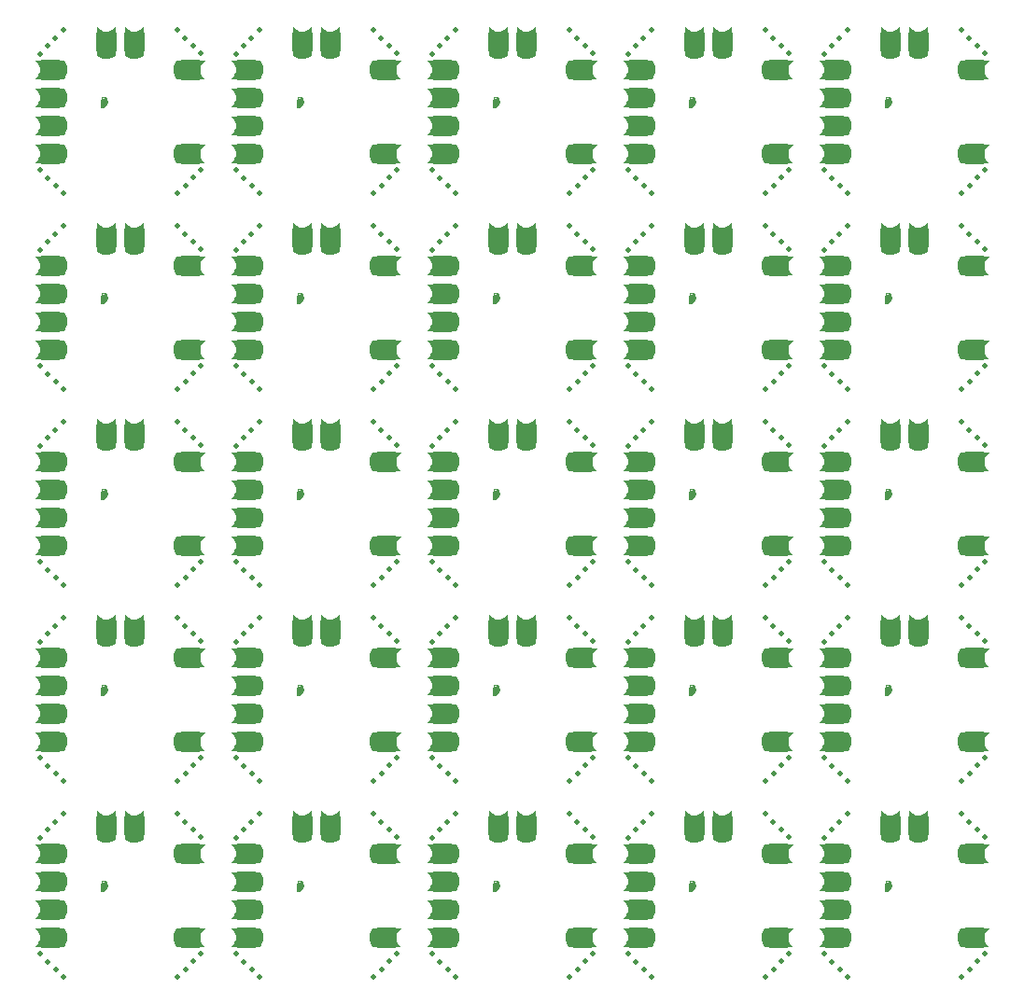
<source format=gbr>
G04 DipTrace 3.0.0.2*
G04 BottomMask.gbr*
%MOIN*%
G04 #@! TF.FileFunction,Soldermask,Bot*
G04 #@! TF.Part,Single*
%AMOUTLINE14*
4,1,35,
-0.01245,-0.021726,
-0.00495,-0.020573,
0.00085,-0.018223,
0.00455,-0.015223,
0.00755,-0.012223,
0.01005,-0.007793,
0.01105,-0.005223,
0.01185,-0.001474,
0.012249,0.000526,
0.01245,0.003777,
0.01155,0.006327,
0.01005,0.007827,
0.00905,0.008827,
0.00855,0.011344,
0.008749,0.012344,
0.009337,0.014344,
0.01055,0.015425,
0.007337,0.019327,
0.004337,0.017344,
0.003636,0.017344,
0.002219,0.020827,
0.00005,0.021327,
-0.00395,0.021726,
0.000249,0.011777,
0.000249,0.010526,
-0.00005,0.008827,
-0.00095,0.008425,
-0.00295,0.009226,
-0.00545,0.013777,
-0.00824,0.020526,
-0.01024,0.019526,
-0.012379,0.017026,
-0.00945,0.009526,
-0.01095,0.009777,
-0.01245,0.009777,
-0.01245,-0.021726,
0*%
%ADD50C,0.019685*%
%ADD69R,0.070866X0.074803*%
%ADD71R,0.074803X0.070866*%
%ADD102OUTLINE14*%
%FSLAX26Y26*%
G04*
G70*
G90*
G75*
G01*
G04 BotMask*
%LPD*%
G36*
X874013Y1195148D2*
Y1166016D1*
X806955Y1165878D1*
Y1195148D1*
X813389Y1187588D1*
X820545Y1182576D1*
X828473Y1178738D1*
X832673Y1177574D1*
X838720Y1176768D1*
X842517D1*
X848278Y1177574D1*
X852629Y1178738D1*
X860557Y1182576D1*
X867545Y1187208D1*
X874013Y1195148D1*
G37*
G36*
X974010D2*
Y1166016D1*
X906953Y1165878D1*
Y1195148D1*
X913387Y1187588D1*
X920560Y1182576D1*
X928471Y1178738D1*
X932671Y1177574D1*
X938718Y1176768D1*
X942514D1*
X948276Y1177574D1*
X952627Y1178738D1*
X960555Y1182576D1*
X967543Y1187208D1*
X974010Y1195148D1*
G37*
G36*
X928152Y1080315D2*
X907088Y1090951D1*
Y1109838D1*
X974010D1*
Y1090951D1*
X952946Y1080315D1*
X928152D1*
G37*
G36*
X828154D2*
X807090Y1090951D1*
Y1109838D1*
X874013D1*
Y1090951D1*
X852948Y1080315D1*
X828154D1*
G37*
D71*
X840551Y1140551D3*
X940551D3*
G36*
X585955Y774013D2*
X615086D1*
X615225Y706955D1*
X585955D1*
X593514Y713389D1*
X598527Y720545D1*
X602364Y728473D1*
X603528Y732673D1*
X604335Y738720D1*
Y742517D1*
X603528Y748278D1*
X602364Y752629D1*
X598527Y760557D1*
X593894Y767545D1*
X585955Y774013D1*
G37*
G36*
Y874010D2*
X615086D1*
X615225Y806953D1*
X585955D1*
X593514Y813387D1*
X598527Y820560D1*
X602364Y828471D1*
X603528Y832671D1*
X604335Y838718D1*
Y842514D1*
X603528Y848276D1*
X602364Y852627D1*
X598527Y860555D1*
X593894Y867543D1*
X585955Y874010D1*
G37*
G36*
X700787Y828152D2*
X690151Y807088D1*
X671264D1*
Y874010D1*
X690151D1*
X700787Y852946D1*
Y828152D1*
G37*
G36*
Y728154D2*
X690151Y707090D1*
X671264D1*
Y774013D1*
X690151D1*
X700787Y752948D1*
Y728154D1*
G37*
D69*
X640551Y740551D3*
Y840551D3*
G36*
X585955Y1007090D2*
X615086D1*
X615225Y1074147D1*
X585955D1*
X593514Y1067713D1*
X598527Y1060557D1*
X602364Y1052629D1*
X603528Y1048429D1*
X604335Y1042382D1*
Y1038586D1*
X603528Y1032824D1*
X602364Y1028473D1*
X598527Y1020545D1*
X593894Y1013557D1*
X585955Y1007090D1*
G37*
G36*
Y907092D2*
X615086D1*
X615225Y974149D1*
X585955D1*
X593514Y967715D1*
X598527Y960543D1*
X602364Y952631D1*
X603528Y948431D1*
X604335Y942384D1*
Y938588D1*
X603528Y932826D1*
X602364Y928476D1*
X598527Y920547D1*
X593894Y913559D1*
X585955Y907092D1*
G37*
G36*
X700787Y952950D2*
X690151Y974015D1*
X671264D1*
Y907092D1*
X690151D1*
X700787Y928156D1*
Y952950D1*
G37*
G36*
Y1052948D2*
X690151Y1074013D1*
X671264D1*
Y1007090D1*
X690151D1*
X700787Y1028154D1*
Y1052948D1*
G37*
D69*
X640551Y1040551D3*
Y940551D3*
G36*
X1195148Y1074017D2*
X1166016D1*
X1165878Y1006955D1*
X1195148D1*
X1187588Y1013386D1*
X1182576Y1020551D1*
X1178738Y1028478D1*
X1177574Y1032679D1*
X1176768Y1038715D1*
Y1042522D1*
X1177574Y1048280D1*
X1178738Y1052624D1*
X1182576Y1060550D1*
X1187208Y1067552D1*
X1195148Y1074017D1*
G37*
G36*
X1080315Y1028151D2*
X1090951Y1007085D1*
X1109838D1*
Y1074017D1*
X1090951D1*
X1080315Y1052950D1*
Y1028151D1*
G37*
D69*
X1140551Y1040551D3*
G36*
X1195148Y774017D2*
X1166016D1*
X1165878Y706955D1*
X1195148D1*
X1187588Y713386D1*
X1182576Y720551D1*
X1178738Y728478D1*
X1177574Y732679D1*
X1176768Y738715D1*
Y742522D1*
X1177574Y748280D1*
X1178738Y752624D1*
X1182576Y760550D1*
X1187208Y767552D1*
X1195148Y774017D1*
G37*
G36*
X1080315Y728151D2*
X1090951Y707085D1*
X1109838D1*
Y774017D1*
X1090951D1*
X1080315Y752950D1*
Y728151D1*
G37*
D69*
X1140551Y740551D3*
D102*
X833804Y923428D3*
D50*
X1093916Y1182547D3*
X1121592Y1154062D3*
X1149818Y1126644D3*
X1178067Y1099251D3*
X603545Y1097888D3*
X632030Y1125564D3*
X659448Y1153790D3*
X686840Y1182039D3*
X603965Y681660D3*
X631640Y653175D3*
X659866Y625757D3*
X688115Y598365D3*
X1095009Y599478D3*
X1123495Y627154D3*
X1150912Y655379D3*
X1178304Y683629D3*
G36*
X1574013Y1195148D2*
Y1166016D1*
X1506955Y1165878D1*
Y1195148D1*
X1513389Y1187588D1*
X1520545Y1182576D1*
X1528473Y1178738D1*
X1532673Y1177574D1*
X1538720Y1176768D1*
X1542517D1*
X1548278Y1177574D1*
X1552629Y1178738D1*
X1560557Y1182576D1*
X1567545Y1187208D1*
X1574013Y1195148D1*
G37*
G36*
X1674010D2*
Y1166016D1*
X1606953Y1165878D1*
Y1195148D1*
X1613387Y1187588D1*
X1620560Y1182576D1*
X1628471Y1178738D1*
X1632671Y1177574D1*
X1638718Y1176768D1*
X1642514D1*
X1648276Y1177574D1*
X1652627Y1178738D1*
X1660555Y1182576D1*
X1667543Y1187208D1*
X1674010Y1195148D1*
G37*
G36*
X1628152Y1080315D2*
X1607088Y1090951D1*
Y1109838D1*
X1674010D1*
Y1090951D1*
X1652946Y1080315D1*
X1628152D1*
G37*
G36*
X1528154D2*
X1507090Y1090951D1*
Y1109838D1*
X1574013D1*
Y1090951D1*
X1552948Y1080315D1*
X1528154D1*
G37*
D71*
X1540551Y1140551D3*
X1640551D3*
G36*
X1285955Y774013D2*
X1315086D1*
X1315225Y706955D1*
X1285955D1*
X1293514Y713389D1*
X1298527Y720545D1*
X1302364Y728473D1*
X1303528Y732673D1*
X1304335Y738720D1*
Y742517D1*
X1303528Y748278D1*
X1302364Y752629D1*
X1298527Y760557D1*
X1293894Y767545D1*
X1285955Y774013D1*
G37*
G36*
Y874010D2*
X1315086D1*
X1315225Y806953D1*
X1285955D1*
X1293514Y813387D1*
X1298527Y820560D1*
X1302364Y828471D1*
X1303528Y832671D1*
X1304335Y838718D1*
Y842514D1*
X1303528Y848276D1*
X1302364Y852627D1*
X1298527Y860555D1*
X1293894Y867543D1*
X1285955Y874010D1*
G37*
G36*
X1400787Y828152D2*
X1390151Y807088D1*
X1371264D1*
Y874010D1*
X1390151D1*
X1400787Y852946D1*
Y828152D1*
G37*
G36*
Y728154D2*
X1390151Y707090D1*
X1371264D1*
Y774013D1*
X1390151D1*
X1400787Y752948D1*
Y728154D1*
G37*
D69*
X1340551Y740551D3*
Y840551D3*
G36*
X1285955Y1007090D2*
X1315086D1*
X1315225Y1074147D1*
X1285955D1*
X1293514Y1067713D1*
X1298527Y1060557D1*
X1302364Y1052629D1*
X1303528Y1048429D1*
X1304335Y1042382D1*
Y1038586D1*
X1303528Y1032824D1*
X1302364Y1028473D1*
X1298527Y1020545D1*
X1293894Y1013557D1*
X1285955Y1007090D1*
G37*
G36*
Y907092D2*
X1315086D1*
X1315225Y974149D1*
X1285955D1*
X1293514Y967715D1*
X1298527Y960543D1*
X1302364Y952631D1*
X1303528Y948431D1*
X1304335Y942384D1*
Y938588D1*
X1303528Y932826D1*
X1302364Y928476D1*
X1298527Y920547D1*
X1293894Y913559D1*
X1285955Y907092D1*
G37*
G36*
X1400787Y952950D2*
X1390151Y974015D1*
X1371264D1*
Y907092D1*
X1390151D1*
X1400787Y928156D1*
Y952950D1*
G37*
G36*
Y1052948D2*
X1390151Y1074013D1*
X1371264D1*
Y1007090D1*
X1390151D1*
X1400787Y1028154D1*
Y1052948D1*
G37*
D69*
X1340551Y1040551D3*
Y940551D3*
G36*
X1895148Y1074017D2*
X1866016D1*
X1865878Y1006955D1*
X1895148D1*
X1887588Y1013386D1*
X1882576Y1020551D1*
X1878738Y1028478D1*
X1877574Y1032679D1*
X1876768Y1038715D1*
Y1042522D1*
X1877574Y1048280D1*
X1878738Y1052624D1*
X1882576Y1060550D1*
X1887208Y1067552D1*
X1895148Y1074017D1*
G37*
G36*
X1780315Y1028151D2*
X1790951Y1007085D1*
X1809838D1*
Y1074017D1*
X1790951D1*
X1780315Y1052950D1*
Y1028151D1*
G37*
D69*
X1840551Y1040551D3*
G36*
X1895148Y774017D2*
X1866016D1*
X1865878Y706955D1*
X1895148D1*
X1887588Y713386D1*
X1882576Y720551D1*
X1878738Y728478D1*
X1877574Y732679D1*
X1876768Y738715D1*
Y742522D1*
X1877574Y748280D1*
X1878738Y752624D1*
X1882576Y760550D1*
X1887208Y767552D1*
X1895148Y774017D1*
G37*
G36*
X1780315Y728151D2*
X1790951Y707085D1*
X1809838D1*
Y774017D1*
X1790951D1*
X1780315Y752950D1*
Y728151D1*
G37*
D69*
X1840551Y740551D3*
D102*
X1533804Y923428D3*
D50*
X1793916Y1182547D3*
X1821592Y1154062D3*
X1849818Y1126644D3*
X1878067Y1099251D3*
X1303545Y1097888D3*
X1332030Y1125564D3*
X1359448Y1153790D3*
X1386840Y1182039D3*
X1303965Y681660D3*
X1331640Y653175D3*
X1359866Y625757D3*
X1388115Y598365D3*
X1795009Y599478D3*
X1823495Y627154D3*
X1850912Y655379D3*
X1878304Y683629D3*
G36*
X2274013Y1195148D2*
Y1166016D1*
X2206955Y1165878D1*
Y1195148D1*
X2213389Y1187588D1*
X2220545Y1182576D1*
X2228473Y1178738D1*
X2232673Y1177574D1*
X2238720Y1176768D1*
X2242517D1*
X2248278Y1177574D1*
X2252629Y1178738D1*
X2260557Y1182576D1*
X2267545Y1187208D1*
X2274013Y1195148D1*
G37*
G36*
X2374010D2*
Y1166016D1*
X2306953Y1165878D1*
Y1195148D1*
X2313387Y1187588D1*
X2320560Y1182576D1*
X2328471Y1178738D1*
X2332671Y1177574D1*
X2338718Y1176768D1*
X2342514D1*
X2348276Y1177574D1*
X2352627Y1178738D1*
X2360555Y1182576D1*
X2367543Y1187208D1*
X2374010Y1195148D1*
G37*
G36*
X2328152Y1080315D2*
X2307088Y1090951D1*
Y1109838D1*
X2374010D1*
Y1090951D1*
X2352946Y1080315D1*
X2328152D1*
G37*
G36*
X2228154D2*
X2207090Y1090951D1*
Y1109838D1*
X2274013D1*
Y1090951D1*
X2252948Y1080315D1*
X2228154D1*
G37*
D71*
X2240551Y1140551D3*
X2340551D3*
G36*
X1985955Y774013D2*
X2015086D1*
X2015225Y706955D1*
X1985955D1*
X1993514Y713389D1*
X1998527Y720545D1*
X2002364Y728473D1*
X2003528Y732673D1*
X2004335Y738720D1*
Y742517D1*
X2003528Y748278D1*
X2002364Y752629D1*
X1998527Y760557D1*
X1993894Y767545D1*
X1985955Y774013D1*
G37*
G36*
Y874010D2*
X2015086D1*
X2015225Y806953D1*
X1985955D1*
X1993514Y813387D1*
X1998527Y820560D1*
X2002364Y828471D1*
X2003528Y832671D1*
X2004335Y838718D1*
Y842514D1*
X2003528Y848276D1*
X2002364Y852627D1*
X1998527Y860555D1*
X1993894Y867543D1*
X1985955Y874010D1*
G37*
G36*
X2100787Y828152D2*
X2090151Y807088D1*
X2071264D1*
Y874010D1*
X2090151D1*
X2100787Y852946D1*
Y828152D1*
G37*
G36*
Y728154D2*
X2090151Y707090D1*
X2071264D1*
Y774013D1*
X2090151D1*
X2100787Y752948D1*
Y728154D1*
G37*
D69*
X2040551Y740551D3*
Y840551D3*
G36*
X1985955Y1007090D2*
X2015086D1*
X2015225Y1074147D1*
X1985955D1*
X1993514Y1067713D1*
X1998527Y1060557D1*
X2002364Y1052629D1*
X2003528Y1048429D1*
X2004335Y1042382D1*
Y1038586D1*
X2003528Y1032824D1*
X2002364Y1028473D1*
X1998527Y1020545D1*
X1993894Y1013557D1*
X1985955Y1007090D1*
G37*
G36*
Y907092D2*
X2015086D1*
X2015225Y974149D1*
X1985955D1*
X1993514Y967715D1*
X1998527Y960543D1*
X2002364Y952631D1*
X2003528Y948431D1*
X2004335Y942384D1*
Y938588D1*
X2003528Y932826D1*
X2002364Y928476D1*
X1998527Y920547D1*
X1993894Y913559D1*
X1985955Y907092D1*
G37*
G36*
X2100787Y952950D2*
X2090151Y974015D1*
X2071264D1*
Y907092D1*
X2090151D1*
X2100787Y928156D1*
Y952950D1*
G37*
G36*
Y1052948D2*
X2090151Y1074013D1*
X2071264D1*
Y1007090D1*
X2090151D1*
X2100787Y1028154D1*
Y1052948D1*
G37*
D69*
X2040551Y1040551D3*
Y940551D3*
G36*
X2595148Y1074017D2*
X2566016D1*
X2565878Y1006955D1*
X2595148D1*
X2587588Y1013386D1*
X2582576Y1020551D1*
X2578738Y1028478D1*
X2577574Y1032679D1*
X2576768Y1038715D1*
Y1042522D1*
X2577574Y1048280D1*
X2578738Y1052624D1*
X2582576Y1060550D1*
X2587208Y1067552D1*
X2595148Y1074017D1*
G37*
G36*
X2480315Y1028151D2*
X2490951Y1007085D1*
X2509838D1*
Y1074017D1*
X2490951D1*
X2480315Y1052950D1*
Y1028151D1*
G37*
D69*
X2540551Y1040551D3*
G36*
X2595148Y774017D2*
X2566016D1*
X2565878Y706955D1*
X2595148D1*
X2587588Y713386D1*
X2582576Y720551D1*
X2578738Y728478D1*
X2577574Y732679D1*
X2576768Y738715D1*
Y742522D1*
X2577574Y748280D1*
X2578738Y752624D1*
X2582576Y760550D1*
X2587208Y767552D1*
X2595148Y774017D1*
G37*
G36*
X2480315Y728151D2*
X2490951Y707085D1*
X2509838D1*
Y774017D1*
X2490951D1*
X2480315Y752950D1*
Y728151D1*
G37*
D69*
X2540551Y740551D3*
D102*
X2233804Y923428D3*
D50*
X2493916Y1182547D3*
X2521592Y1154062D3*
X2549818Y1126644D3*
X2578067Y1099251D3*
X2003545Y1097888D3*
X2032030Y1125564D3*
X2059448Y1153790D3*
X2086840Y1182039D3*
X2003965Y681660D3*
X2031640Y653175D3*
X2059866Y625757D3*
X2088115Y598365D3*
X2495009Y599478D3*
X2523495Y627154D3*
X2550912Y655379D3*
X2578304Y683629D3*
G36*
X2974013Y1195148D2*
Y1166016D1*
X2906955Y1165878D1*
Y1195148D1*
X2913389Y1187588D1*
X2920545Y1182576D1*
X2928473Y1178738D1*
X2932673Y1177574D1*
X2938720Y1176768D1*
X2942517D1*
X2948278Y1177574D1*
X2952629Y1178738D1*
X2960557Y1182576D1*
X2967545Y1187208D1*
X2974013Y1195148D1*
G37*
G36*
X3074010D2*
Y1166016D1*
X3006953Y1165878D1*
Y1195148D1*
X3013387Y1187588D1*
X3020560Y1182576D1*
X3028471Y1178738D1*
X3032671Y1177574D1*
X3038718Y1176768D1*
X3042514D1*
X3048276Y1177574D1*
X3052627Y1178738D1*
X3060555Y1182576D1*
X3067543Y1187208D1*
X3074010Y1195148D1*
G37*
G36*
X3028152Y1080315D2*
X3007088Y1090951D1*
Y1109838D1*
X3074010D1*
Y1090951D1*
X3052946Y1080315D1*
X3028152D1*
G37*
G36*
X2928154D2*
X2907090Y1090951D1*
Y1109838D1*
X2974013D1*
Y1090951D1*
X2952948Y1080315D1*
X2928154D1*
G37*
D71*
X2940551Y1140551D3*
X3040551D3*
G36*
X2685955Y774013D2*
X2715086D1*
X2715225Y706955D1*
X2685955D1*
X2693514Y713389D1*
X2698527Y720545D1*
X2702364Y728473D1*
X2703528Y732673D1*
X2704335Y738720D1*
Y742517D1*
X2703528Y748278D1*
X2702364Y752629D1*
X2698527Y760557D1*
X2693894Y767545D1*
X2685955Y774013D1*
G37*
G36*
Y874010D2*
X2715086D1*
X2715225Y806953D1*
X2685955D1*
X2693514Y813387D1*
X2698527Y820560D1*
X2702364Y828471D1*
X2703528Y832671D1*
X2704335Y838718D1*
Y842514D1*
X2703528Y848276D1*
X2702364Y852627D1*
X2698527Y860555D1*
X2693894Y867543D1*
X2685955Y874010D1*
G37*
G36*
X2800787Y828152D2*
X2790151Y807088D1*
X2771264D1*
Y874010D1*
X2790151D1*
X2800787Y852946D1*
Y828152D1*
G37*
G36*
Y728154D2*
X2790151Y707090D1*
X2771264D1*
Y774013D1*
X2790151D1*
X2800787Y752948D1*
Y728154D1*
G37*
D69*
X2740551Y740551D3*
Y840551D3*
G36*
X2685955Y1007090D2*
X2715086D1*
X2715225Y1074147D1*
X2685955D1*
X2693514Y1067713D1*
X2698527Y1060557D1*
X2702364Y1052629D1*
X2703528Y1048429D1*
X2704335Y1042382D1*
Y1038586D1*
X2703528Y1032824D1*
X2702364Y1028473D1*
X2698527Y1020545D1*
X2693894Y1013557D1*
X2685955Y1007090D1*
G37*
G36*
Y907092D2*
X2715086D1*
X2715225Y974149D1*
X2685955D1*
X2693514Y967715D1*
X2698527Y960543D1*
X2702364Y952631D1*
X2703528Y948431D1*
X2704335Y942384D1*
Y938588D1*
X2703528Y932826D1*
X2702364Y928476D1*
X2698527Y920547D1*
X2693894Y913559D1*
X2685955Y907092D1*
G37*
G36*
X2800787Y952950D2*
X2790151Y974015D1*
X2771264D1*
Y907092D1*
X2790151D1*
X2800787Y928156D1*
Y952950D1*
G37*
G36*
Y1052948D2*
X2790151Y1074013D1*
X2771264D1*
Y1007090D1*
X2790151D1*
X2800787Y1028154D1*
Y1052948D1*
G37*
D69*
X2740551Y1040551D3*
Y940551D3*
G36*
X3295148Y1074017D2*
X3266016D1*
X3265878Y1006955D1*
X3295148D1*
X3287588Y1013386D1*
X3282576Y1020551D1*
X3278738Y1028478D1*
X3277574Y1032679D1*
X3276768Y1038715D1*
Y1042522D1*
X3277574Y1048280D1*
X3278738Y1052624D1*
X3282576Y1060550D1*
X3287208Y1067552D1*
X3295148Y1074017D1*
G37*
G36*
X3180315Y1028151D2*
X3190951Y1007085D1*
X3209838D1*
Y1074017D1*
X3190951D1*
X3180315Y1052950D1*
Y1028151D1*
G37*
D69*
X3240551Y1040551D3*
G36*
X3295148Y774017D2*
X3266016D1*
X3265878Y706955D1*
X3295148D1*
X3287588Y713386D1*
X3282576Y720551D1*
X3278738Y728478D1*
X3277574Y732679D1*
X3276768Y738715D1*
Y742522D1*
X3277574Y748280D1*
X3278738Y752624D1*
X3282576Y760550D1*
X3287208Y767552D1*
X3295148Y774017D1*
G37*
G36*
X3180315Y728151D2*
X3190951Y707085D1*
X3209838D1*
Y774017D1*
X3190951D1*
X3180315Y752950D1*
Y728151D1*
G37*
D69*
X3240551Y740551D3*
D102*
X2933804Y923428D3*
D50*
X3193916Y1182547D3*
X3221592Y1154062D3*
X3249818Y1126644D3*
X3278067Y1099251D3*
X2703545Y1097888D3*
X2732030Y1125564D3*
X2759448Y1153790D3*
X2786840Y1182039D3*
X2703965Y681660D3*
X2731640Y653175D3*
X2759866Y625757D3*
X2788115Y598365D3*
X3195009Y599478D3*
X3223495Y627154D3*
X3250912Y655379D3*
X3278304Y683629D3*
G36*
X3674013Y1195148D2*
Y1166016D1*
X3606955Y1165878D1*
Y1195148D1*
X3613389Y1187588D1*
X3620545Y1182576D1*
X3628473Y1178738D1*
X3632673Y1177574D1*
X3638720Y1176768D1*
X3642517D1*
X3648278Y1177574D1*
X3652629Y1178738D1*
X3660557Y1182576D1*
X3667545Y1187208D1*
X3674013Y1195148D1*
G37*
G36*
X3774010D2*
Y1166016D1*
X3706953Y1165878D1*
Y1195148D1*
X3713387Y1187588D1*
X3720560Y1182576D1*
X3728471Y1178738D1*
X3732671Y1177574D1*
X3738718Y1176768D1*
X3742514D1*
X3748276Y1177574D1*
X3752627Y1178738D1*
X3760555Y1182576D1*
X3767543Y1187208D1*
X3774010Y1195148D1*
G37*
G36*
X3728152Y1080315D2*
X3707088Y1090951D1*
Y1109838D1*
X3774010D1*
Y1090951D1*
X3752946Y1080315D1*
X3728152D1*
G37*
G36*
X3628154D2*
X3607090Y1090951D1*
Y1109838D1*
X3674013D1*
Y1090951D1*
X3652948Y1080315D1*
X3628154D1*
G37*
D71*
X3640551Y1140551D3*
X3740551D3*
G36*
X3385955Y774013D2*
X3415086D1*
X3415225Y706955D1*
X3385955D1*
X3393514Y713389D1*
X3398527Y720545D1*
X3402364Y728473D1*
X3403528Y732673D1*
X3404335Y738720D1*
Y742517D1*
X3403528Y748278D1*
X3402364Y752629D1*
X3398527Y760557D1*
X3393894Y767545D1*
X3385955Y774013D1*
G37*
G36*
Y874010D2*
X3415086D1*
X3415225Y806953D1*
X3385955D1*
X3393514Y813387D1*
X3398527Y820560D1*
X3402364Y828471D1*
X3403528Y832671D1*
X3404335Y838718D1*
Y842514D1*
X3403528Y848276D1*
X3402364Y852627D1*
X3398527Y860555D1*
X3393894Y867543D1*
X3385955Y874010D1*
G37*
G36*
X3500787Y828152D2*
X3490151Y807088D1*
X3471264D1*
Y874010D1*
X3490151D1*
X3500787Y852946D1*
Y828152D1*
G37*
G36*
Y728154D2*
X3490151Y707090D1*
X3471264D1*
Y774013D1*
X3490151D1*
X3500787Y752948D1*
Y728154D1*
G37*
D69*
X3440551Y740551D3*
Y840551D3*
G36*
X3385955Y1007090D2*
X3415086D1*
X3415225Y1074147D1*
X3385955D1*
X3393514Y1067713D1*
X3398527Y1060557D1*
X3402364Y1052629D1*
X3403528Y1048429D1*
X3404335Y1042382D1*
Y1038586D1*
X3403528Y1032824D1*
X3402364Y1028473D1*
X3398527Y1020545D1*
X3393894Y1013557D1*
X3385955Y1007090D1*
G37*
G36*
Y907092D2*
X3415086D1*
X3415225Y974149D1*
X3385955D1*
X3393514Y967715D1*
X3398527Y960543D1*
X3402364Y952631D1*
X3403528Y948431D1*
X3404335Y942384D1*
Y938588D1*
X3403528Y932826D1*
X3402364Y928476D1*
X3398527Y920547D1*
X3393894Y913559D1*
X3385955Y907092D1*
G37*
G36*
X3500787Y952950D2*
X3490151Y974015D1*
X3471264D1*
Y907092D1*
X3490151D1*
X3500787Y928156D1*
Y952950D1*
G37*
G36*
Y1052948D2*
X3490151Y1074013D1*
X3471264D1*
Y1007090D1*
X3490151D1*
X3500787Y1028154D1*
Y1052948D1*
G37*
D69*
X3440551Y1040551D3*
Y940551D3*
G36*
X3995148Y1074017D2*
X3966016D1*
X3965878Y1006955D1*
X3995148D1*
X3987588Y1013386D1*
X3982576Y1020551D1*
X3978738Y1028478D1*
X3977574Y1032679D1*
X3976768Y1038715D1*
Y1042522D1*
X3977574Y1048280D1*
X3978738Y1052624D1*
X3982576Y1060550D1*
X3987208Y1067552D1*
X3995148Y1074017D1*
G37*
G36*
X3880315Y1028151D2*
X3890951Y1007085D1*
X3909838D1*
Y1074017D1*
X3890951D1*
X3880315Y1052950D1*
Y1028151D1*
G37*
D69*
X3940551Y1040551D3*
G36*
X3995148Y774017D2*
X3966016D1*
X3965878Y706955D1*
X3995148D1*
X3987588Y713386D1*
X3982576Y720551D1*
X3978738Y728478D1*
X3977574Y732679D1*
X3976768Y738715D1*
Y742522D1*
X3977574Y748280D1*
X3978738Y752624D1*
X3982576Y760550D1*
X3987208Y767552D1*
X3995148Y774017D1*
G37*
G36*
X3880315Y728151D2*
X3890951Y707085D1*
X3909838D1*
Y774017D1*
X3890951D1*
X3880315Y752950D1*
Y728151D1*
G37*
D69*
X3940551Y740551D3*
D102*
X3633804Y923428D3*
D50*
X3893916Y1182547D3*
X3921592Y1154062D3*
X3949818Y1126644D3*
X3978067Y1099251D3*
X3403545Y1097888D3*
X3432030Y1125564D3*
X3459448Y1153790D3*
X3486840Y1182039D3*
X3403965Y681660D3*
X3431640Y653175D3*
X3459866Y625757D3*
X3488115Y598365D3*
X3895009Y599478D3*
X3923495Y627154D3*
X3950912Y655379D3*
X3978304Y683629D3*
G36*
X874013Y1895148D2*
Y1866016D1*
X806955Y1865878D1*
Y1895148D1*
X813389Y1887588D1*
X820545Y1882576D1*
X828473Y1878738D1*
X832673Y1877574D1*
X838720Y1876768D1*
X842517D1*
X848278Y1877574D1*
X852629Y1878738D1*
X860557Y1882576D1*
X867545Y1887208D1*
X874013Y1895148D1*
G37*
G36*
X974010D2*
Y1866016D1*
X906953Y1865878D1*
Y1895148D1*
X913387Y1887588D1*
X920560Y1882576D1*
X928471Y1878738D1*
X932671Y1877574D1*
X938718Y1876768D1*
X942514D1*
X948276Y1877574D1*
X952627Y1878738D1*
X960555Y1882576D1*
X967543Y1887208D1*
X974010Y1895148D1*
G37*
G36*
X928152Y1780315D2*
X907088Y1790951D1*
Y1809838D1*
X974010D1*
Y1790951D1*
X952946Y1780315D1*
X928152D1*
G37*
G36*
X828154D2*
X807090Y1790951D1*
Y1809838D1*
X874013D1*
Y1790951D1*
X852948Y1780315D1*
X828154D1*
G37*
D71*
X840551Y1840551D3*
X940551D3*
G36*
X585955Y1474013D2*
X615086D1*
X615225Y1406955D1*
X585955D1*
X593514Y1413389D1*
X598527Y1420545D1*
X602364Y1428473D1*
X603528Y1432673D1*
X604335Y1438720D1*
Y1442517D1*
X603528Y1448278D1*
X602364Y1452629D1*
X598527Y1460557D1*
X593894Y1467545D1*
X585955Y1474013D1*
G37*
G36*
Y1574010D2*
X615086D1*
X615225Y1506953D1*
X585955D1*
X593514Y1513387D1*
X598527Y1520560D1*
X602364Y1528471D1*
X603528Y1532671D1*
X604335Y1538718D1*
Y1542514D1*
X603528Y1548276D1*
X602364Y1552627D1*
X598527Y1560555D1*
X593894Y1567543D1*
X585955Y1574010D1*
G37*
G36*
X700787Y1528152D2*
X690151Y1507088D1*
X671264D1*
Y1574010D1*
X690151D1*
X700787Y1552946D1*
Y1528152D1*
G37*
G36*
Y1428154D2*
X690151Y1407090D1*
X671264D1*
Y1474013D1*
X690151D1*
X700787Y1452948D1*
Y1428154D1*
G37*
D69*
X640551Y1440551D3*
Y1540551D3*
G36*
X585955Y1707090D2*
X615086D1*
X615225Y1774147D1*
X585955D1*
X593514Y1767713D1*
X598527Y1760557D1*
X602364Y1752629D1*
X603528Y1748429D1*
X604335Y1742382D1*
Y1738586D1*
X603528Y1732824D1*
X602364Y1728473D1*
X598527Y1720545D1*
X593894Y1713557D1*
X585955Y1707090D1*
G37*
G36*
Y1607092D2*
X615086D1*
X615225Y1674149D1*
X585955D1*
X593514Y1667715D1*
X598527Y1660543D1*
X602364Y1652631D1*
X603528Y1648431D1*
X604335Y1642384D1*
Y1638588D1*
X603528Y1632826D1*
X602364Y1628476D1*
X598527Y1620547D1*
X593894Y1613559D1*
X585955Y1607092D1*
G37*
G36*
X700787Y1652950D2*
X690151Y1674015D1*
X671264D1*
Y1607092D1*
X690151D1*
X700787Y1628156D1*
Y1652950D1*
G37*
G36*
Y1752948D2*
X690151Y1774013D1*
X671264D1*
Y1707090D1*
X690151D1*
X700787Y1728154D1*
Y1752948D1*
G37*
D69*
X640551Y1740551D3*
Y1640551D3*
G36*
X1195148Y1774017D2*
X1166016D1*
X1165878Y1706955D1*
X1195148D1*
X1187588Y1713386D1*
X1182576Y1720551D1*
X1178738Y1728478D1*
X1177574Y1732679D1*
X1176768Y1738715D1*
Y1742522D1*
X1177574Y1748280D1*
X1178738Y1752624D1*
X1182576Y1760550D1*
X1187208Y1767552D1*
X1195148Y1774017D1*
G37*
G36*
X1080315Y1728151D2*
X1090951Y1707085D1*
X1109838D1*
Y1774017D1*
X1090951D1*
X1080315Y1752950D1*
Y1728151D1*
G37*
D69*
X1140551Y1740551D3*
G36*
X1195148Y1474017D2*
X1166016D1*
X1165878Y1406955D1*
X1195148D1*
X1187588Y1413386D1*
X1182576Y1420551D1*
X1178738Y1428478D1*
X1177574Y1432679D1*
X1176768Y1438715D1*
Y1442522D1*
X1177574Y1448280D1*
X1178738Y1452624D1*
X1182576Y1460550D1*
X1187208Y1467552D1*
X1195148Y1474017D1*
G37*
G36*
X1080315Y1428151D2*
X1090951Y1407085D1*
X1109838D1*
Y1474017D1*
X1090951D1*
X1080315Y1452950D1*
Y1428151D1*
G37*
D69*
X1140551Y1440551D3*
D102*
X833804Y1623428D3*
D50*
X1093916Y1882547D3*
X1121592Y1854062D3*
X1149818Y1826644D3*
X1178067Y1799251D3*
X603545Y1797888D3*
X632030Y1825564D3*
X659448Y1853790D3*
X686840Y1882039D3*
X603965Y1381660D3*
X631640Y1353175D3*
X659866Y1325757D3*
X688115Y1298365D3*
X1095009Y1299478D3*
X1123495Y1327154D3*
X1150912Y1355379D3*
X1178304Y1383629D3*
G36*
X1574013Y1895148D2*
Y1866016D1*
X1506955Y1865878D1*
Y1895148D1*
X1513389Y1887588D1*
X1520545Y1882576D1*
X1528473Y1878738D1*
X1532673Y1877574D1*
X1538720Y1876768D1*
X1542517D1*
X1548278Y1877574D1*
X1552629Y1878738D1*
X1560557Y1882576D1*
X1567545Y1887208D1*
X1574013Y1895148D1*
G37*
G36*
X1674010D2*
Y1866016D1*
X1606953Y1865878D1*
Y1895148D1*
X1613387Y1887588D1*
X1620560Y1882576D1*
X1628471Y1878738D1*
X1632671Y1877574D1*
X1638718Y1876768D1*
X1642514D1*
X1648276Y1877574D1*
X1652627Y1878738D1*
X1660555Y1882576D1*
X1667543Y1887208D1*
X1674010Y1895148D1*
G37*
G36*
X1628152Y1780315D2*
X1607088Y1790951D1*
Y1809838D1*
X1674010D1*
Y1790951D1*
X1652946Y1780315D1*
X1628152D1*
G37*
G36*
X1528154D2*
X1507090Y1790951D1*
Y1809838D1*
X1574013D1*
Y1790951D1*
X1552948Y1780315D1*
X1528154D1*
G37*
D71*
X1540551Y1840551D3*
X1640551D3*
G36*
X1285955Y1474013D2*
X1315086D1*
X1315225Y1406955D1*
X1285955D1*
X1293514Y1413389D1*
X1298527Y1420545D1*
X1302364Y1428473D1*
X1303528Y1432673D1*
X1304335Y1438720D1*
Y1442517D1*
X1303528Y1448278D1*
X1302364Y1452629D1*
X1298527Y1460557D1*
X1293894Y1467545D1*
X1285955Y1474013D1*
G37*
G36*
Y1574010D2*
X1315086D1*
X1315225Y1506953D1*
X1285955D1*
X1293514Y1513387D1*
X1298527Y1520560D1*
X1302364Y1528471D1*
X1303528Y1532671D1*
X1304335Y1538718D1*
Y1542514D1*
X1303528Y1548276D1*
X1302364Y1552627D1*
X1298527Y1560555D1*
X1293894Y1567543D1*
X1285955Y1574010D1*
G37*
G36*
X1400787Y1528152D2*
X1390151Y1507088D1*
X1371264D1*
Y1574010D1*
X1390151D1*
X1400787Y1552946D1*
Y1528152D1*
G37*
G36*
Y1428154D2*
X1390151Y1407090D1*
X1371264D1*
Y1474013D1*
X1390151D1*
X1400787Y1452948D1*
Y1428154D1*
G37*
D69*
X1340551Y1440551D3*
Y1540551D3*
G36*
X1285955Y1707090D2*
X1315086D1*
X1315225Y1774147D1*
X1285955D1*
X1293514Y1767713D1*
X1298527Y1760557D1*
X1302364Y1752629D1*
X1303528Y1748429D1*
X1304335Y1742382D1*
Y1738586D1*
X1303528Y1732824D1*
X1302364Y1728473D1*
X1298527Y1720545D1*
X1293894Y1713557D1*
X1285955Y1707090D1*
G37*
G36*
Y1607092D2*
X1315086D1*
X1315225Y1674149D1*
X1285955D1*
X1293514Y1667715D1*
X1298527Y1660543D1*
X1302364Y1652631D1*
X1303528Y1648431D1*
X1304335Y1642384D1*
Y1638588D1*
X1303528Y1632826D1*
X1302364Y1628476D1*
X1298527Y1620547D1*
X1293894Y1613559D1*
X1285955Y1607092D1*
G37*
G36*
X1400787Y1652950D2*
X1390151Y1674015D1*
X1371264D1*
Y1607092D1*
X1390151D1*
X1400787Y1628156D1*
Y1652950D1*
G37*
G36*
Y1752948D2*
X1390151Y1774013D1*
X1371264D1*
Y1707090D1*
X1390151D1*
X1400787Y1728154D1*
Y1752948D1*
G37*
D69*
X1340551Y1740551D3*
Y1640551D3*
G36*
X1895148Y1774017D2*
X1866016D1*
X1865878Y1706955D1*
X1895148D1*
X1887588Y1713386D1*
X1882576Y1720551D1*
X1878738Y1728478D1*
X1877574Y1732679D1*
X1876768Y1738715D1*
Y1742522D1*
X1877574Y1748280D1*
X1878738Y1752624D1*
X1882576Y1760550D1*
X1887208Y1767552D1*
X1895148Y1774017D1*
G37*
G36*
X1780315Y1728151D2*
X1790951Y1707085D1*
X1809838D1*
Y1774017D1*
X1790951D1*
X1780315Y1752950D1*
Y1728151D1*
G37*
D69*
X1840551Y1740551D3*
G36*
X1895148Y1474017D2*
X1866016D1*
X1865878Y1406955D1*
X1895148D1*
X1887588Y1413386D1*
X1882576Y1420551D1*
X1878738Y1428478D1*
X1877574Y1432679D1*
X1876768Y1438715D1*
Y1442522D1*
X1877574Y1448280D1*
X1878738Y1452624D1*
X1882576Y1460550D1*
X1887208Y1467552D1*
X1895148Y1474017D1*
G37*
G36*
X1780315Y1428151D2*
X1790951Y1407085D1*
X1809838D1*
Y1474017D1*
X1790951D1*
X1780315Y1452950D1*
Y1428151D1*
G37*
D69*
X1840551Y1440551D3*
D102*
X1533804Y1623428D3*
D50*
X1793916Y1882547D3*
X1821592Y1854062D3*
X1849818Y1826644D3*
X1878067Y1799251D3*
X1303545Y1797888D3*
X1332030Y1825564D3*
X1359448Y1853790D3*
X1386840Y1882039D3*
X1303965Y1381660D3*
X1331640Y1353175D3*
X1359866Y1325757D3*
X1388115Y1298365D3*
X1795009Y1299478D3*
X1823495Y1327154D3*
X1850912Y1355379D3*
X1878304Y1383629D3*
G36*
X2274013Y1895148D2*
Y1866016D1*
X2206955Y1865878D1*
Y1895148D1*
X2213389Y1887588D1*
X2220545Y1882576D1*
X2228473Y1878738D1*
X2232673Y1877574D1*
X2238720Y1876768D1*
X2242517D1*
X2248278Y1877574D1*
X2252629Y1878738D1*
X2260557Y1882576D1*
X2267545Y1887208D1*
X2274013Y1895148D1*
G37*
G36*
X2374010D2*
Y1866016D1*
X2306953Y1865878D1*
Y1895148D1*
X2313387Y1887588D1*
X2320560Y1882576D1*
X2328471Y1878738D1*
X2332671Y1877574D1*
X2338718Y1876768D1*
X2342514D1*
X2348276Y1877574D1*
X2352627Y1878738D1*
X2360555Y1882576D1*
X2367543Y1887208D1*
X2374010Y1895148D1*
G37*
G36*
X2328152Y1780315D2*
X2307088Y1790951D1*
Y1809838D1*
X2374010D1*
Y1790951D1*
X2352946Y1780315D1*
X2328152D1*
G37*
G36*
X2228154D2*
X2207090Y1790951D1*
Y1809838D1*
X2274013D1*
Y1790951D1*
X2252948Y1780315D1*
X2228154D1*
G37*
D71*
X2240551Y1840551D3*
X2340551D3*
G36*
X1985955Y1474013D2*
X2015086D1*
X2015225Y1406955D1*
X1985955D1*
X1993514Y1413389D1*
X1998527Y1420545D1*
X2002364Y1428473D1*
X2003528Y1432673D1*
X2004335Y1438720D1*
Y1442517D1*
X2003528Y1448278D1*
X2002364Y1452629D1*
X1998527Y1460557D1*
X1993894Y1467545D1*
X1985955Y1474013D1*
G37*
G36*
Y1574010D2*
X2015086D1*
X2015225Y1506953D1*
X1985955D1*
X1993514Y1513387D1*
X1998527Y1520560D1*
X2002364Y1528471D1*
X2003528Y1532671D1*
X2004335Y1538718D1*
Y1542514D1*
X2003528Y1548276D1*
X2002364Y1552627D1*
X1998527Y1560555D1*
X1993894Y1567543D1*
X1985955Y1574010D1*
G37*
G36*
X2100787Y1528152D2*
X2090151Y1507088D1*
X2071264D1*
Y1574010D1*
X2090151D1*
X2100787Y1552946D1*
Y1528152D1*
G37*
G36*
Y1428154D2*
X2090151Y1407090D1*
X2071264D1*
Y1474013D1*
X2090151D1*
X2100787Y1452948D1*
Y1428154D1*
G37*
D69*
X2040551Y1440551D3*
Y1540551D3*
G36*
X1985955Y1707090D2*
X2015086D1*
X2015225Y1774147D1*
X1985955D1*
X1993514Y1767713D1*
X1998527Y1760557D1*
X2002364Y1752629D1*
X2003528Y1748429D1*
X2004335Y1742382D1*
Y1738586D1*
X2003528Y1732824D1*
X2002364Y1728473D1*
X1998527Y1720545D1*
X1993894Y1713557D1*
X1985955Y1707090D1*
G37*
G36*
Y1607092D2*
X2015086D1*
X2015225Y1674149D1*
X1985955D1*
X1993514Y1667715D1*
X1998527Y1660543D1*
X2002364Y1652631D1*
X2003528Y1648431D1*
X2004335Y1642384D1*
Y1638588D1*
X2003528Y1632826D1*
X2002364Y1628476D1*
X1998527Y1620547D1*
X1993894Y1613559D1*
X1985955Y1607092D1*
G37*
G36*
X2100787Y1652950D2*
X2090151Y1674015D1*
X2071264D1*
Y1607092D1*
X2090151D1*
X2100787Y1628156D1*
Y1652950D1*
G37*
G36*
Y1752948D2*
X2090151Y1774013D1*
X2071264D1*
Y1707090D1*
X2090151D1*
X2100787Y1728154D1*
Y1752948D1*
G37*
D69*
X2040551Y1740551D3*
Y1640551D3*
G36*
X2595148Y1774017D2*
X2566016D1*
X2565878Y1706955D1*
X2595148D1*
X2587588Y1713386D1*
X2582576Y1720551D1*
X2578738Y1728478D1*
X2577574Y1732679D1*
X2576768Y1738715D1*
Y1742522D1*
X2577574Y1748280D1*
X2578738Y1752624D1*
X2582576Y1760550D1*
X2587208Y1767552D1*
X2595148Y1774017D1*
G37*
G36*
X2480315Y1728151D2*
X2490951Y1707085D1*
X2509838D1*
Y1774017D1*
X2490951D1*
X2480315Y1752950D1*
Y1728151D1*
G37*
D69*
X2540551Y1740551D3*
G36*
X2595148Y1474017D2*
X2566016D1*
X2565878Y1406955D1*
X2595148D1*
X2587588Y1413386D1*
X2582576Y1420551D1*
X2578738Y1428478D1*
X2577574Y1432679D1*
X2576768Y1438715D1*
Y1442522D1*
X2577574Y1448280D1*
X2578738Y1452624D1*
X2582576Y1460550D1*
X2587208Y1467552D1*
X2595148Y1474017D1*
G37*
G36*
X2480315Y1428151D2*
X2490951Y1407085D1*
X2509838D1*
Y1474017D1*
X2490951D1*
X2480315Y1452950D1*
Y1428151D1*
G37*
D69*
X2540551Y1440551D3*
D102*
X2233804Y1623428D3*
D50*
X2493916Y1882547D3*
X2521592Y1854062D3*
X2549818Y1826644D3*
X2578067Y1799251D3*
X2003545Y1797888D3*
X2032030Y1825564D3*
X2059448Y1853790D3*
X2086840Y1882039D3*
X2003965Y1381660D3*
X2031640Y1353175D3*
X2059866Y1325757D3*
X2088115Y1298365D3*
X2495009Y1299478D3*
X2523495Y1327154D3*
X2550912Y1355379D3*
X2578304Y1383629D3*
G36*
X2974013Y1895148D2*
Y1866016D1*
X2906955Y1865878D1*
Y1895148D1*
X2913389Y1887588D1*
X2920545Y1882576D1*
X2928473Y1878738D1*
X2932673Y1877574D1*
X2938720Y1876768D1*
X2942517D1*
X2948278Y1877574D1*
X2952629Y1878738D1*
X2960557Y1882576D1*
X2967545Y1887208D1*
X2974013Y1895148D1*
G37*
G36*
X3074010D2*
Y1866016D1*
X3006953Y1865878D1*
Y1895148D1*
X3013387Y1887588D1*
X3020560Y1882576D1*
X3028471Y1878738D1*
X3032671Y1877574D1*
X3038718Y1876768D1*
X3042514D1*
X3048276Y1877574D1*
X3052627Y1878738D1*
X3060555Y1882576D1*
X3067543Y1887208D1*
X3074010Y1895148D1*
G37*
G36*
X3028152Y1780315D2*
X3007088Y1790951D1*
Y1809838D1*
X3074010D1*
Y1790951D1*
X3052946Y1780315D1*
X3028152D1*
G37*
G36*
X2928154D2*
X2907090Y1790951D1*
Y1809838D1*
X2974013D1*
Y1790951D1*
X2952948Y1780315D1*
X2928154D1*
G37*
D71*
X2940551Y1840551D3*
X3040551D3*
G36*
X2685955Y1474013D2*
X2715086D1*
X2715225Y1406955D1*
X2685955D1*
X2693514Y1413389D1*
X2698527Y1420545D1*
X2702364Y1428473D1*
X2703528Y1432673D1*
X2704335Y1438720D1*
Y1442517D1*
X2703528Y1448278D1*
X2702364Y1452629D1*
X2698527Y1460557D1*
X2693894Y1467545D1*
X2685955Y1474013D1*
G37*
G36*
Y1574010D2*
X2715086D1*
X2715225Y1506953D1*
X2685955D1*
X2693514Y1513387D1*
X2698527Y1520560D1*
X2702364Y1528471D1*
X2703528Y1532671D1*
X2704335Y1538718D1*
Y1542514D1*
X2703528Y1548276D1*
X2702364Y1552627D1*
X2698527Y1560555D1*
X2693894Y1567543D1*
X2685955Y1574010D1*
G37*
G36*
X2800787Y1528152D2*
X2790151Y1507088D1*
X2771264D1*
Y1574010D1*
X2790151D1*
X2800787Y1552946D1*
Y1528152D1*
G37*
G36*
Y1428154D2*
X2790151Y1407090D1*
X2771264D1*
Y1474013D1*
X2790151D1*
X2800787Y1452948D1*
Y1428154D1*
G37*
D69*
X2740551Y1440551D3*
Y1540551D3*
G36*
X2685955Y1707090D2*
X2715086D1*
X2715225Y1774147D1*
X2685955D1*
X2693514Y1767713D1*
X2698527Y1760557D1*
X2702364Y1752629D1*
X2703528Y1748429D1*
X2704335Y1742382D1*
Y1738586D1*
X2703528Y1732824D1*
X2702364Y1728473D1*
X2698527Y1720545D1*
X2693894Y1713557D1*
X2685955Y1707090D1*
G37*
G36*
Y1607092D2*
X2715086D1*
X2715225Y1674149D1*
X2685955D1*
X2693514Y1667715D1*
X2698527Y1660543D1*
X2702364Y1652631D1*
X2703528Y1648431D1*
X2704335Y1642384D1*
Y1638588D1*
X2703528Y1632826D1*
X2702364Y1628476D1*
X2698527Y1620547D1*
X2693894Y1613559D1*
X2685955Y1607092D1*
G37*
G36*
X2800787Y1652950D2*
X2790151Y1674015D1*
X2771264D1*
Y1607092D1*
X2790151D1*
X2800787Y1628156D1*
Y1652950D1*
G37*
G36*
Y1752948D2*
X2790151Y1774013D1*
X2771264D1*
Y1707090D1*
X2790151D1*
X2800787Y1728154D1*
Y1752948D1*
G37*
D69*
X2740551Y1740551D3*
Y1640551D3*
G36*
X3295148Y1774017D2*
X3266016D1*
X3265878Y1706955D1*
X3295148D1*
X3287588Y1713386D1*
X3282576Y1720551D1*
X3278738Y1728478D1*
X3277574Y1732679D1*
X3276768Y1738715D1*
Y1742522D1*
X3277574Y1748280D1*
X3278738Y1752624D1*
X3282576Y1760550D1*
X3287208Y1767552D1*
X3295148Y1774017D1*
G37*
G36*
X3180315Y1728151D2*
X3190951Y1707085D1*
X3209838D1*
Y1774017D1*
X3190951D1*
X3180315Y1752950D1*
Y1728151D1*
G37*
D69*
X3240551Y1740551D3*
G36*
X3295148Y1474017D2*
X3266016D1*
X3265878Y1406955D1*
X3295148D1*
X3287588Y1413386D1*
X3282576Y1420551D1*
X3278738Y1428478D1*
X3277574Y1432679D1*
X3276768Y1438715D1*
Y1442522D1*
X3277574Y1448280D1*
X3278738Y1452624D1*
X3282576Y1460550D1*
X3287208Y1467552D1*
X3295148Y1474017D1*
G37*
G36*
X3180315Y1428151D2*
X3190951Y1407085D1*
X3209838D1*
Y1474017D1*
X3190951D1*
X3180315Y1452950D1*
Y1428151D1*
G37*
D69*
X3240551Y1440551D3*
D102*
X2933804Y1623428D3*
D50*
X3193916Y1882547D3*
X3221592Y1854062D3*
X3249818Y1826644D3*
X3278067Y1799251D3*
X2703545Y1797888D3*
X2732030Y1825564D3*
X2759448Y1853790D3*
X2786840Y1882039D3*
X2703965Y1381660D3*
X2731640Y1353175D3*
X2759866Y1325757D3*
X2788115Y1298365D3*
X3195009Y1299478D3*
X3223495Y1327154D3*
X3250912Y1355379D3*
X3278304Y1383629D3*
G36*
X3674013Y1895148D2*
Y1866016D1*
X3606955Y1865878D1*
Y1895148D1*
X3613389Y1887588D1*
X3620545Y1882576D1*
X3628473Y1878738D1*
X3632673Y1877574D1*
X3638720Y1876768D1*
X3642517D1*
X3648278Y1877574D1*
X3652629Y1878738D1*
X3660557Y1882576D1*
X3667545Y1887208D1*
X3674013Y1895148D1*
G37*
G36*
X3774010D2*
Y1866016D1*
X3706953Y1865878D1*
Y1895148D1*
X3713387Y1887588D1*
X3720560Y1882576D1*
X3728471Y1878738D1*
X3732671Y1877574D1*
X3738718Y1876768D1*
X3742514D1*
X3748276Y1877574D1*
X3752627Y1878738D1*
X3760555Y1882576D1*
X3767543Y1887208D1*
X3774010Y1895148D1*
G37*
G36*
X3728152Y1780315D2*
X3707088Y1790951D1*
Y1809838D1*
X3774010D1*
Y1790951D1*
X3752946Y1780315D1*
X3728152D1*
G37*
G36*
X3628154D2*
X3607090Y1790951D1*
Y1809838D1*
X3674013D1*
Y1790951D1*
X3652948Y1780315D1*
X3628154D1*
G37*
D71*
X3640551Y1840551D3*
X3740551D3*
G36*
X3385955Y1474013D2*
X3415086D1*
X3415225Y1406955D1*
X3385955D1*
X3393514Y1413389D1*
X3398527Y1420545D1*
X3402364Y1428473D1*
X3403528Y1432673D1*
X3404335Y1438720D1*
Y1442517D1*
X3403528Y1448278D1*
X3402364Y1452629D1*
X3398527Y1460557D1*
X3393894Y1467545D1*
X3385955Y1474013D1*
G37*
G36*
Y1574010D2*
X3415086D1*
X3415225Y1506953D1*
X3385955D1*
X3393514Y1513387D1*
X3398527Y1520560D1*
X3402364Y1528471D1*
X3403528Y1532671D1*
X3404335Y1538718D1*
Y1542514D1*
X3403528Y1548276D1*
X3402364Y1552627D1*
X3398527Y1560555D1*
X3393894Y1567543D1*
X3385955Y1574010D1*
G37*
G36*
X3500787Y1528152D2*
X3490151Y1507088D1*
X3471264D1*
Y1574010D1*
X3490151D1*
X3500787Y1552946D1*
Y1528152D1*
G37*
G36*
Y1428154D2*
X3490151Y1407090D1*
X3471264D1*
Y1474013D1*
X3490151D1*
X3500787Y1452948D1*
Y1428154D1*
G37*
D69*
X3440551Y1440551D3*
Y1540551D3*
G36*
X3385955Y1707090D2*
X3415086D1*
X3415225Y1774147D1*
X3385955D1*
X3393514Y1767713D1*
X3398527Y1760557D1*
X3402364Y1752629D1*
X3403528Y1748429D1*
X3404335Y1742382D1*
Y1738586D1*
X3403528Y1732824D1*
X3402364Y1728473D1*
X3398527Y1720545D1*
X3393894Y1713557D1*
X3385955Y1707090D1*
G37*
G36*
Y1607092D2*
X3415086D1*
X3415225Y1674149D1*
X3385955D1*
X3393514Y1667715D1*
X3398527Y1660543D1*
X3402364Y1652631D1*
X3403528Y1648431D1*
X3404335Y1642384D1*
Y1638588D1*
X3403528Y1632826D1*
X3402364Y1628476D1*
X3398527Y1620547D1*
X3393894Y1613559D1*
X3385955Y1607092D1*
G37*
G36*
X3500787Y1652950D2*
X3490151Y1674015D1*
X3471264D1*
Y1607092D1*
X3490151D1*
X3500787Y1628156D1*
Y1652950D1*
G37*
G36*
Y1752948D2*
X3490151Y1774013D1*
X3471264D1*
Y1707090D1*
X3490151D1*
X3500787Y1728154D1*
Y1752948D1*
G37*
D69*
X3440551Y1740551D3*
Y1640551D3*
G36*
X3995148Y1774017D2*
X3966016D1*
X3965878Y1706955D1*
X3995148D1*
X3987588Y1713386D1*
X3982576Y1720551D1*
X3978738Y1728478D1*
X3977574Y1732679D1*
X3976768Y1738715D1*
Y1742522D1*
X3977574Y1748280D1*
X3978738Y1752624D1*
X3982576Y1760550D1*
X3987208Y1767552D1*
X3995148Y1774017D1*
G37*
G36*
X3880315Y1728151D2*
X3890951Y1707085D1*
X3909838D1*
Y1774017D1*
X3890951D1*
X3880315Y1752950D1*
Y1728151D1*
G37*
D69*
X3940551Y1740551D3*
G36*
X3995148Y1474017D2*
X3966016D1*
X3965878Y1406955D1*
X3995148D1*
X3987588Y1413386D1*
X3982576Y1420551D1*
X3978738Y1428478D1*
X3977574Y1432679D1*
X3976768Y1438715D1*
Y1442522D1*
X3977574Y1448280D1*
X3978738Y1452624D1*
X3982576Y1460550D1*
X3987208Y1467552D1*
X3995148Y1474017D1*
G37*
G36*
X3880315Y1428151D2*
X3890951Y1407085D1*
X3909838D1*
Y1474017D1*
X3890951D1*
X3880315Y1452950D1*
Y1428151D1*
G37*
D69*
X3940551Y1440551D3*
D102*
X3633804Y1623428D3*
D50*
X3893916Y1882547D3*
X3921592Y1854062D3*
X3949818Y1826644D3*
X3978067Y1799251D3*
X3403545Y1797888D3*
X3432030Y1825564D3*
X3459448Y1853790D3*
X3486840Y1882039D3*
X3403965Y1381660D3*
X3431640Y1353175D3*
X3459866Y1325757D3*
X3488115Y1298365D3*
X3895009Y1299478D3*
X3923495Y1327154D3*
X3950912Y1355379D3*
X3978304Y1383629D3*
G36*
X874013Y2595148D2*
Y2566016D1*
X806955Y2565878D1*
Y2595148D1*
X813389Y2587588D1*
X820545Y2582576D1*
X828473Y2578738D1*
X832673Y2577574D1*
X838720Y2576768D1*
X842517D1*
X848278Y2577574D1*
X852629Y2578738D1*
X860557Y2582576D1*
X867545Y2587208D1*
X874013Y2595148D1*
G37*
G36*
X974010D2*
Y2566016D1*
X906953Y2565878D1*
Y2595148D1*
X913387Y2587588D1*
X920560Y2582576D1*
X928471Y2578738D1*
X932671Y2577574D1*
X938718Y2576768D1*
X942514D1*
X948276Y2577574D1*
X952627Y2578738D1*
X960555Y2582576D1*
X967543Y2587208D1*
X974010Y2595148D1*
G37*
G36*
X928152Y2480315D2*
X907088Y2490951D1*
Y2509838D1*
X974010D1*
Y2490951D1*
X952946Y2480315D1*
X928152D1*
G37*
G36*
X828154D2*
X807090Y2490951D1*
Y2509838D1*
X874013D1*
Y2490951D1*
X852948Y2480315D1*
X828154D1*
G37*
D71*
X840551Y2540551D3*
X940551D3*
G36*
X585955Y2174013D2*
X615086D1*
X615225Y2106955D1*
X585955D1*
X593514Y2113389D1*
X598527Y2120545D1*
X602364Y2128473D1*
X603528Y2132673D1*
X604335Y2138720D1*
Y2142517D1*
X603528Y2148278D1*
X602364Y2152629D1*
X598527Y2160557D1*
X593894Y2167545D1*
X585955Y2174013D1*
G37*
G36*
Y2274010D2*
X615086D1*
X615225Y2206953D1*
X585955D1*
X593514Y2213387D1*
X598527Y2220560D1*
X602364Y2228471D1*
X603528Y2232671D1*
X604335Y2238718D1*
Y2242514D1*
X603528Y2248276D1*
X602364Y2252627D1*
X598527Y2260555D1*
X593894Y2267543D1*
X585955Y2274010D1*
G37*
G36*
X700787Y2228152D2*
X690151Y2207088D1*
X671264D1*
Y2274010D1*
X690151D1*
X700787Y2252946D1*
Y2228152D1*
G37*
G36*
Y2128154D2*
X690151Y2107090D1*
X671264D1*
Y2174013D1*
X690151D1*
X700787Y2152948D1*
Y2128154D1*
G37*
D69*
X640551Y2140551D3*
Y2240551D3*
G36*
X585955Y2407090D2*
X615086D1*
X615225Y2474147D1*
X585955D1*
X593514Y2467713D1*
X598527Y2460557D1*
X602364Y2452629D1*
X603528Y2448429D1*
X604335Y2442382D1*
Y2438586D1*
X603528Y2432824D1*
X602364Y2428473D1*
X598527Y2420545D1*
X593894Y2413557D1*
X585955Y2407090D1*
G37*
G36*
Y2307092D2*
X615086D1*
X615225Y2374149D1*
X585955D1*
X593514Y2367715D1*
X598527Y2360543D1*
X602364Y2352631D1*
X603528Y2348431D1*
X604335Y2342384D1*
Y2338588D1*
X603528Y2332826D1*
X602364Y2328476D1*
X598527Y2320547D1*
X593894Y2313559D1*
X585955Y2307092D1*
G37*
G36*
X700787Y2352950D2*
X690151Y2374015D1*
X671264D1*
Y2307092D1*
X690151D1*
X700787Y2328156D1*
Y2352950D1*
G37*
G36*
Y2452948D2*
X690151Y2474013D1*
X671264D1*
Y2407090D1*
X690151D1*
X700787Y2428154D1*
Y2452948D1*
G37*
D69*
X640551Y2440551D3*
Y2340551D3*
G36*
X1195148Y2474017D2*
X1166016D1*
X1165878Y2406955D1*
X1195148D1*
X1187588Y2413386D1*
X1182576Y2420551D1*
X1178738Y2428478D1*
X1177574Y2432679D1*
X1176768Y2438715D1*
Y2442522D1*
X1177574Y2448280D1*
X1178738Y2452624D1*
X1182576Y2460550D1*
X1187208Y2467552D1*
X1195148Y2474017D1*
G37*
G36*
X1080315Y2428151D2*
X1090951Y2407085D1*
X1109838D1*
Y2474017D1*
X1090951D1*
X1080315Y2452950D1*
Y2428151D1*
G37*
D69*
X1140551Y2440551D3*
G36*
X1195148Y2174017D2*
X1166016D1*
X1165878Y2106955D1*
X1195148D1*
X1187588Y2113386D1*
X1182576Y2120551D1*
X1178738Y2128478D1*
X1177574Y2132679D1*
X1176768Y2138715D1*
Y2142522D1*
X1177574Y2148280D1*
X1178738Y2152624D1*
X1182576Y2160550D1*
X1187208Y2167552D1*
X1195148Y2174017D1*
G37*
G36*
X1080315Y2128151D2*
X1090951Y2107085D1*
X1109838D1*
Y2174017D1*
X1090951D1*
X1080315Y2152950D1*
Y2128151D1*
G37*
D69*
X1140551Y2140551D3*
D102*
X833804Y2323428D3*
D50*
X1093916Y2582547D3*
X1121592Y2554062D3*
X1149818Y2526644D3*
X1178067Y2499251D3*
X603545Y2497888D3*
X632030Y2525564D3*
X659448Y2553790D3*
X686840Y2582039D3*
X603965Y2081660D3*
X631640Y2053175D3*
X659866Y2025757D3*
X688115Y1998365D3*
X1095009Y1999478D3*
X1123495Y2027154D3*
X1150912Y2055379D3*
X1178304Y2083629D3*
G36*
X1574013Y2595148D2*
Y2566016D1*
X1506955Y2565878D1*
Y2595148D1*
X1513389Y2587588D1*
X1520545Y2582576D1*
X1528473Y2578738D1*
X1532673Y2577574D1*
X1538720Y2576768D1*
X1542517D1*
X1548278Y2577574D1*
X1552629Y2578738D1*
X1560557Y2582576D1*
X1567545Y2587208D1*
X1574013Y2595148D1*
G37*
G36*
X1674010D2*
Y2566016D1*
X1606953Y2565878D1*
Y2595148D1*
X1613387Y2587588D1*
X1620560Y2582576D1*
X1628471Y2578738D1*
X1632671Y2577574D1*
X1638718Y2576768D1*
X1642514D1*
X1648276Y2577574D1*
X1652627Y2578738D1*
X1660555Y2582576D1*
X1667543Y2587208D1*
X1674010Y2595148D1*
G37*
G36*
X1628152Y2480315D2*
X1607088Y2490951D1*
Y2509838D1*
X1674010D1*
Y2490951D1*
X1652946Y2480315D1*
X1628152D1*
G37*
G36*
X1528154D2*
X1507090Y2490951D1*
Y2509838D1*
X1574013D1*
Y2490951D1*
X1552948Y2480315D1*
X1528154D1*
G37*
D71*
X1540551Y2540551D3*
X1640551D3*
G36*
X1285955Y2174013D2*
X1315086D1*
X1315225Y2106955D1*
X1285955D1*
X1293514Y2113389D1*
X1298527Y2120545D1*
X1302364Y2128473D1*
X1303528Y2132673D1*
X1304335Y2138720D1*
Y2142517D1*
X1303528Y2148278D1*
X1302364Y2152629D1*
X1298527Y2160557D1*
X1293894Y2167545D1*
X1285955Y2174013D1*
G37*
G36*
Y2274010D2*
X1315086D1*
X1315225Y2206953D1*
X1285955D1*
X1293514Y2213387D1*
X1298527Y2220560D1*
X1302364Y2228471D1*
X1303528Y2232671D1*
X1304335Y2238718D1*
Y2242514D1*
X1303528Y2248276D1*
X1302364Y2252627D1*
X1298527Y2260555D1*
X1293894Y2267543D1*
X1285955Y2274010D1*
G37*
G36*
X1400787Y2228152D2*
X1390151Y2207088D1*
X1371264D1*
Y2274010D1*
X1390151D1*
X1400787Y2252946D1*
Y2228152D1*
G37*
G36*
Y2128154D2*
X1390151Y2107090D1*
X1371264D1*
Y2174013D1*
X1390151D1*
X1400787Y2152948D1*
Y2128154D1*
G37*
D69*
X1340551Y2140551D3*
Y2240551D3*
G36*
X1285955Y2407090D2*
X1315086D1*
X1315225Y2474147D1*
X1285955D1*
X1293514Y2467713D1*
X1298527Y2460557D1*
X1302364Y2452629D1*
X1303528Y2448429D1*
X1304335Y2442382D1*
Y2438586D1*
X1303528Y2432824D1*
X1302364Y2428473D1*
X1298527Y2420545D1*
X1293894Y2413557D1*
X1285955Y2407090D1*
G37*
G36*
Y2307092D2*
X1315086D1*
X1315225Y2374149D1*
X1285955D1*
X1293514Y2367715D1*
X1298527Y2360543D1*
X1302364Y2352631D1*
X1303528Y2348431D1*
X1304335Y2342384D1*
Y2338588D1*
X1303528Y2332826D1*
X1302364Y2328476D1*
X1298527Y2320547D1*
X1293894Y2313559D1*
X1285955Y2307092D1*
G37*
G36*
X1400787Y2352950D2*
X1390151Y2374015D1*
X1371264D1*
Y2307092D1*
X1390151D1*
X1400787Y2328156D1*
Y2352950D1*
G37*
G36*
Y2452948D2*
X1390151Y2474013D1*
X1371264D1*
Y2407090D1*
X1390151D1*
X1400787Y2428154D1*
Y2452948D1*
G37*
D69*
X1340551Y2440551D3*
Y2340551D3*
G36*
X1895148Y2474017D2*
X1866016D1*
X1865878Y2406955D1*
X1895148D1*
X1887588Y2413386D1*
X1882576Y2420551D1*
X1878738Y2428478D1*
X1877574Y2432679D1*
X1876768Y2438715D1*
Y2442522D1*
X1877574Y2448280D1*
X1878738Y2452624D1*
X1882576Y2460550D1*
X1887208Y2467552D1*
X1895148Y2474017D1*
G37*
G36*
X1780315Y2428151D2*
X1790951Y2407085D1*
X1809838D1*
Y2474017D1*
X1790951D1*
X1780315Y2452950D1*
Y2428151D1*
G37*
D69*
X1840551Y2440551D3*
G36*
X1895148Y2174017D2*
X1866016D1*
X1865878Y2106955D1*
X1895148D1*
X1887588Y2113386D1*
X1882576Y2120551D1*
X1878738Y2128478D1*
X1877574Y2132679D1*
X1876768Y2138715D1*
Y2142522D1*
X1877574Y2148280D1*
X1878738Y2152624D1*
X1882576Y2160550D1*
X1887208Y2167552D1*
X1895148Y2174017D1*
G37*
G36*
X1780315Y2128151D2*
X1790951Y2107085D1*
X1809838D1*
Y2174017D1*
X1790951D1*
X1780315Y2152950D1*
Y2128151D1*
G37*
D69*
X1840551Y2140551D3*
D102*
X1533804Y2323428D3*
D50*
X1793916Y2582547D3*
X1821592Y2554062D3*
X1849818Y2526644D3*
X1878067Y2499251D3*
X1303545Y2497888D3*
X1332030Y2525564D3*
X1359448Y2553790D3*
X1386840Y2582039D3*
X1303965Y2081660D3*
X1331640Y2053175D3*
X1359866Y2025757D3*
X1388115Y1998365D3*
X1795009Y1999478D3*
X1823495Y2027154D3*
X1850912Y2055379D3*
X1878304Y2083629D3*
G36*
X2274013Y2595148D2*
Y2566016D1*
X2206955Y2565878D1*
Y2595148D1*
X2213389Y2587588D1*
X2220545Y2582576D1*
X2228473Y2578738D1*
X2232673Y2577574D1*
X2238720Y2576768D1*
X2242517D1*
X2248278Y2577574D1*
X2252629Y2578738D1*
X2260557Y2582576D1*
X2267545Y2587208D1*
X2274013Y2595148D1*
G37*
G36*
X2374010D2*
Y2566016D1*
X2306953Y2565878D1*
Y2595148D1*
X2313387Y2587588D1*
X2320560Y2582576D1*
X2328471Y2578738D1*
X2332671Y2577574D1*
X2338718Y2576768D1*
X2342514D1*
X2348276Y2577574D1*
X2352627Y2578738D1*
X2360555Y2582576D1*
X2367543Y2587208D1*
X2374010Y2595148D1*
G37*
G36*
X2328152Y2480315D2*
X2307088Y2490951D1*
Y2509838D1*
X2374010D1*
Y2490951D1*
X2352946Y2480315D1*
X2328152D1*
G37*
G36*
X2228154D2*
X2207090Y2490951D1*
Y2509838D1*
X2274013D1*
Y2490951D1*
X2252948Y2480315D1*
X2228154D1*
G37*
D71*
X2240551Y2540551D3*
X2340551D3*
G36*
X1985955Y2174013D2*
X2015086D1*
X2015225Y2106955D1*
X1985955D1*
X1993514Y2113389D1*
X1998527Y2120545D1*
X2002364Y2128473D1*
X2003528Y2132673D1*
X2004335Y2138720D1*
Y2142517D1*
X2003528Y2148278D1*
X2002364Y2152629D1*
X1998527Y2160557D1*
X1993894Y2167545D1*
X1985955Y2174013D1*
G37*
G36*
Y2274010D2*
X2015086D1*
X2015225Y2206953D1*
X1985955D1*
X1993514Y2213387D1*
X1998527Y2220560D1*
X2002364Y2228471D1*
X2003528Y2232671D1*
X2004335Y2238718D1*
Y2242514D1*
X2003528Y2248276D1*
X2002364Y2252627D1*
X1998527Y2260555D1*
X1993894Y2267543D1*
X1985955Y2274010D1*
G37*
G36*
X2100787Y2228152D2*
X2090151Y2207088D1*
X2071264D1*
Y2274010D1*
X2090151D1*
X2100787Y2252946D1*
Y2228152D1*
G37*
G36*
Y2128154D2*
X2090151Y2107090D1*
X2071264D1*
Y2174013D1*
X2090151D1*
X2100787Y2152948D1*
Y2128154D1*
G37*
D69*
X2040551Y2140551D3*
Y2240551D3*
G36*
X1985955Y2407090D2*
X2015086D1*
X2015225Y2474147D1*
X1985955D1*
X1993514Y2467713D1*
X1998527Y2460557D1*
X2002364Y2452629D1*
X2003528Y2448429D1*
X2004335Y2442382D1*
Y2438586D1*
X2003528Y2432824D1*
X2002364Y2428473D1*
X1998527Y2420545D1*
X1993894Y2413557D1*
X1985955Y2407090D1*
G37*
G36*
Y2307092D2*
X2015086D1*
X2015225Y2374149D1*
X1985955D1*
X1993514Y2367715D1*
X1998527Y2360543D1*
X2002364Y2352631D1*
X2003528Y2348431D1*
X2004335Y2342384D1*
Y2338588D1*
X2003528Y2332826D1*
X2002364Y2328476D1*
X1998527Y2320547D1*
X1993894Y2313559D1*
X1985955Y2307092D1*
G37*
G36*
X2100787Y2352950D2*
X2090151Y2374015D1*
X2071264D1*
Y2307092D1*
X2090151D1*
X2100787Y2328156D1*
Y2352950D1*
G37*
G36*
Y2452948D2*
X2090151Y2474013D1*
X2071264D1*
Y2407090D1*
X2090151D1*
X2100787Y2428154D1*
Y2452948D1*
G37*
D69*
X2040551Y2440551D3*
Y2340551D3*
G36*
X2595148Y2474017D2*
X2566016D1*
X2565878Y2406955D1*
X2595148D1*
X2587588Y2413386D1*
X2582576Y2420551D1*
X2578738Y2428478D1*
X2577574Y2432679D1*
X2576768Y2438715D1*
Y2442522D1*
X2577574Y2448280D1*
X2578738Y2452624D1*
X2582576Y2460550D1*
X2587208Y2467552D1*
X2595148Y2474017D1*
G37*
G36*
X2480315Y2428151D2*
X2490951Y2407085D1*
X2509838D1*
Y2474017D1*
X2490951D1*
X2480315Y2452950D1*
Y2428151D1*
G37*
D69*
X2540551Y2440551D3*
G36*
X2595148Y2174017D2*
X2566016D1*
X2565878Y2106955D1*
X2595148D1*
X2587588Y2113386D1*
X2582576Y2120551D1*
X2578738Y2128478D1*
X2577574Y2132679D1*
X2576768Y2138715D1*
Y2142522D1*
X2577574Y2148280D1*
X2578738Y2152624D1*
X2582576Y2160550D1*
X2587208Y2167552D1*
X2595148Y2174017D1*
G37*
G36*
X2480315Y2128151D2*
X2490951Y2107085D1*
X2509838D1*
Y2174017D1*
X2490951D1*
X2480315Y2152950D1*
Y2128151D1*
G37*
D69*
X2540551Y2140551D3*
D102*
X2233804Y2323428D3*
D50*
X2493916Y2582547D3*
X2521592Y2554062D3*
X2549818Y2526644D3*
X2578067Y2499251D3*
X2003545Y2497888D3*
X2032030Y2525564D3*
X2059448Y2553790D3*
X2086840Y2582039D3*
X2003965Y2081660D3*
X2031640Y2053175D3*
X2059866Y2025757D3*
X2088115Y1998365D3*
X2495009Y1999478D3*
X2523495Y2027154D3*
X2550912Y2055379D3*
X2578304Y2083629D3*
G36*
X2974013Y2595148D2*
Y2566016D1*
X2906955Y2565878D1*
Y2595148D1*
X2913389Y2587588D1*
X2920545Y2582576D1*
X2928473Y2578738D1*
X2932673Y2577574D1*
X2938720Y2576768D1*
X2942517D1*
X2948278Y2577574D1*
X2952629Y2578738D1*
X2960557Y2582576D1*
X2967545Y2587208D1*
X2974013Y2595148D1*
G37*
G36*
X3074010D2*
Y2566016D1*
X3006953Y2565878D1*
Y2595148D1*
X3013387Y2587588D1*
X3020560Y2582576D1*
X3028471Y2578738D1*
X3032671Y2577574D1*
X3038718Y2576768D1*
X3042514D1*
X3048276Y2577574D1*
X3052627Y2578738D1*
X3060555Y2582576D1*
X3067543Y2587208D1*
X3074010Y2595148D1*
G37*
G36*
X3028152Y2480315D2*
X3007088Y2490951D1*
Y2509838D1*
X3074010D1*
Y2490951D1*
X3052946Y2480315D1*
X3028152D1*
G37*
G36*
X2928154D2*
X2907090Y2490951D1*
Y2509838D1*
X2974013D1*
Y2490951D1*
X2952948Y2480315D1*
X2928154D1*
G37*
D71*
X2940551Y2540551D3*
X3040551D3*
G36*
X2685955Y2174013D2*
X2715086D1*
X2715225Y2106955D1*
X2685955D1*
X2693514Y2113389D1*
X2698527Y2120545D1*
X2702364Y2128473D1*
X2703528Y2132673D1*
X2704335Y2138720D1*
Y2142517D1*
X2703528Y2148278D1*
X2702364Y2152629D1*
X2698527Y2160557D1*
X2693894Y2167545D1*
X2685955Y2174013D1*
G37*
G36*
Y2274010D2*
X2715086D1*
X2715225Y2206953D1*
X2685955D1*
X2693514Y2213387D1*
X2698527Y2220560D1*
X2702364Y2228471D1*
X2703528Y2232671D1*
X2704335Y2238718D1*
Y2242514D1*
X2703528Y2248276D1*
X2702364Y2252627D1*
X2698527Y2260555D1*
X2693894Y2267543D1*
X2685955Y2274010D1*
G37*
G36*
X2800787Y2228152D2*
X2790151Y2207088D1*
X2771264D1*
Y2274010D1*
X2790151D1*
X2800787Y2252946D1*
Y2228152D1*
G37*
G36*
Y2128154D2*
X2790151Y2107090D1*
X2771264D1*
Y2174013D1*
X2790151D1*
X2800787Y2152948D1*
Y2128154D1*
G37*
D69*
X2740551Y2140551D3*
Y2240551D3*
G36*
X2685955Y2407090D2*
X2715086D1*
X2715225Y2474147D1*
X2685955D1*
X2693514Y2467713D1*
X2698527Y2460557D1*
X2702364Y2452629D1*
X2703528Y2448429D1*
X2704335Y2442382D1*
Y2438586D1*
X2703528Y2432824D1*
X2702364Y2428473D1*
X2698527Y2420545D1*
X2693894Y2413557D1*
X2685955Y2407090D1*
G37*
G36*
Y2307092D2*
X2715086D1*
X2715225Y2374149D1*
X2685955D1*
X2693514Y2367715D1*
X2698527Y2360543D1*
X2702364Y2352631D1*
X2703528Y2348431D1*
X2704335Y2342384D1*
Y2338588D1*
X2703528Y2332826D1*
X2702364Y2328476D1*
X2698527Y2320547D1*
X2693894Y2313559D1*
X2685955Y2307092D1*
G37*
G36*
X2800787Y2352950D2*
X2790151Y2374015D1*
X2771264D1*
Y2307092D1*
X2790151D1*
X2800787Y2328156D1*
Y2352950D1*
G37*
G36*
Y2452948D2*
X2790151Y2474013D1*
X2771264D1*
Y2407090D1*
X2790151D1*
X2800787Y2428154D1*
Y2452948D1*
G37*
D69*
X2740551Y2440551D3*
Y2340551D3*
G36*
X3295148Y2474017D2*
X3266016D1*
X3265878Y2406955D1*
X3295148D1*
X3287588Y2413386D1*
X3282576Y2420551D1*
X3278738Y2428478D1*
X3277574Y2432679D1*
X3276768Y2438715D1*
Y2442522D1*
X3277574Y2448280D1*
X3278738Y2452624D1*
X3282576Y2460550D1*
X3287208Y2467552D1*
X3295148Y2474017D1*
G37*
G36*
X3180315Y2428151D2*
X3190951Y2407085D1*
X3209838D1*
Y2474017D1*
X3190951D1*
X3180315Y2452950D1*
Y2428151D1*
G37*
D69*
X3240551Y2440551D3*
G36*
X3295148Y2174017D2*
X3266016D1*
X3265878Y2106955D1*
X3295148D1*
X3287588Y2113386D1*
X3282576Y2120551D1*
X3278738Y2128478D1*
X3277574Y2132679D1*
X3276768Y2138715D1*
Y2142522D1*
X3277574Y2148280D1*
X3278738Y2152624D1*
X3282576Y2160550D1*
X3287208Y2167552D1*
X3295148Y2174017D1*
G37*
G36*
X3180315Y2128151D2*
X3190951Y2107085D1*
X3209838D1*
Y2174017D1*
X3190951D1*
X3180315Y2152950D1*
Y2128151D1*
G37*
D69*
X3240551Y2140551D3*
D102*
X2933804Y2323428D3*
D50*
X3193916Y2582547D3*
X3221592Y2554062D3*
X3249818Y2526644D3*
X3278067Y2499251D3*
X2703545Y2497888D3*
X2732030Y2525564D3*
X2759448Y2553790D3*
X2786840Y2582039D3*
X2703965Y2081660D3*
X2731640Y2053175D3*
X2759866Y2025757D3*
X2788115Y1998365D3*
X3195009Y1999478D3*
X3223495Y2027154D3*
X3250912Y2055379D3*
X3278304Y2083629D3*
G36*
X3674013Y2595148D2*
Y2566016D1*
X3606955Y2565878D1*
Y2595148D1*
X3613389Y2587588D1*
X3620545Y2582576D1*
X3628473Y2578738D1*
X3632673Y2577574D1*
X3638720Y2576768D1*
X3642517D1*
X3648278Y2577574D1*
X3652629Y2578738D1*
X3660557Y2582576D1*
X3667545Y2587208D1*
X3674013Y2595148D1*
G37*
G36*
X3774010D2*
Y2566016D1*
X3706953Y2565878D1*
Y2595148D1*
X3713387Y2587588D1*
X3720560Y2582576D1*
X3728471Y2578738D1*
X3732671Y2577574D1*
X3738718Y2576768D1*
X3742514D1*
X3748276Y2577574D1*
X3752627Y2578738D1*
X3760555Y2582576D1*
X3767543Y2587208D1*
X3774010Y2595148D1*
G37*
G36*
X3728152Y2480315D2*
X3707088Y2490951D1*
Y2509838D1*
X3774010D1*
Y2490951D1*
X3752946Y2480315D1*
X3728152D1*
G37*
G36*
X3628154D2*
X3607090Y2490951D1*
Y2509838D1*
X3674013D1*
Y2490951D1*
X3652948Y2480315D1*
X3628154D1*
G37*
D71*
X3640551Y2540551D3*
X3740551D3*
G36*
X3385955Y2174013D2*
X3415086D1*
X3415225Y2106955D1*
X3385955D1*
X3393514Y2113389D1*
X3398527Y2120545D1*
X3402364Y2128473D1*
X3403528Y2132673D1*
X3404335Y2138720D1*
Y2142517D1*
X3403528Y2148278D1*
X3402364Y2152629D1*
X3398527Y2160557D1*
X3393894Y2167545D1*
X3385955Y2174013D1*
G37*
G36*
Y2274010D2*
X3415086D1*
X3415225Y2206953D1*
X3385955D1*
X3393514Y2213387D1*
X3398527Y2220560D1*
X3402364Y2228471D1*
X3403528Y2232671D1*
X3404335Y2238718D1*
Y2242514D1*
X3403528Y2248276D1*
X3402364Y2252627D1*
X3398527Y2260555D1*
X3393894Y2267543D1*
X3385955Y2274010D1*
G37*
G36*
X3500787Y2228152D2*
X3490151Y2207088D1*
X3471264D1*
Y2274010D1*
X3490151D1*
X3500787Y2252946D1*
Y2228152D1*
G37*
G36*
Y2128154D2*
X3490151Y2107090D1*
X3471264D1*
Y2174013D1*
X3490151D1*
X3500787Y2152948D1*
Y2128154D1*
G37*
D69*
X3440551Y2140551D3*
Y2240551D3*
G36*
X3385955Y2407090D2*
X3415086D1*
X3415225Y2474147D1*
X3385955D1*
X3393514Y2467713D1*
X3398527Y2460557D1*
X3402364Y2452629D1*
X3403528Y2448429D1*
X3404335Y2442382D1*
Y2438586D1*
X3403528Y2432824D1*
X3402364Y2428473D1*
X3398527Y2420545D1*
X3393894Y2413557D1*
X3385955Y2407090D1*
G37*
G36*
Y2307092D2*
X3415086D1*
X3415225Y2374149D1*
X3385955D1*
X3393514Y2367715D1*
X3398527Y2360543D1*
X3402364Y2352631D1*
X3403528Y2348431D1*
X3404335Y2342384D1*
Y2338588D1*
X3403528Y2332826D1*
X3402364Y2328476D1*
X3398527Y2320547D1*
X3393894Y2313559D1*
X3385955Y2307092D1*
G37*
G36*
X3500787Y2352950D2*
X3490151Y2374015D1*
X3471264D1*
Y2307092D1*
X3490151D1*
X3500787Y2328156D1*
Y2352950D1*
G37*
G36*
Y2452948D2*
X3490151Y2474013D1*
X3471264D1*
Y2407090D1*
X3490151D1*
X3500787Y2428154D1*
Y2452948D1*
G37*
D69*
X3440551Y2440551D3*
Y2340551D3*
G36*
X3995148Y2474017D2*
X3966016D1*
X3965878Y2406955D1*
X3995148D1*
X3987588Y2413386D1*
X3982576Y2420551D1*
X3978738Y2428478D1*
X3977574Y2432679D1*
X3976768Y2438715D1*
Y2442522D1*
X3977574Y2448280D1*
X3978738Y2452624D1*
X3982576Y2460550D1*
X3987208Y2467552D1*
X3995148Y2474017D1*
G37*
G36*
X3880315Y2428151D2*
X3890951Y2407085D1*
X3909838D1*
Y2474017D1*
X3890951D1*
X3880315Y2452950D1*
Y2428151D1*
G37*
D69*
X3940551Y2440551D3*
G36*
X3995148Y2174017D2*
X3966016D1*
X3965878Y2106955D1*
X3995148D1*
X3987588Y2113386D1*
X3982576Y2120551D1*
X3978738Y2128478D1*
X3977574Y2132679D1*
X3976768Y2138715D1*
Y2142522D1*
X3977574Y2148280D1*
X3978738Y2152624D1*
X3982576Y2160550D1*
X3987208Y2167552D1*
X3995148Y2174017D1*
G37*
G36*
X3880315Y2128151D2*
X3890951Y2107085D1*
X3909838D1*
Y2174017D1*
X3890951D1*
X3880315Y2152950D1*
Y2128151D1*
G37*
D69*
X3940551Y2140551D3*
D102*
X3633804Y2323428D3*
D50*
X3893916Y2582547D3*
X3921592Y2554062D3*
X3949818Y2526644D3*
X3978067Y2499251D3*
X3403545Y2497888D3*
X3432030Y2525564D3*
X3459448Y2553790D3*
X3486840Y2582039D3*
X3403965Y2081660D3*
X3431640Y2053175D3*
X3459866Y2025757D3*
X3488115Y1998365D3*
X3895009Y1999478D3*
X3923495Y2027154D3*
X3950912Y2055379D3*
X3978304Y2083629D3*
G36*
X874013Y3295148D2*
Y3266016D1*
X806955Y3265878D1*
Y3295148D1*
X813389Y3287588D1*
X820545Y3282576D1*
X828473Y3278738D1*
X832673Y3277574D1*
X838720Y3276768D1*
X842517D1*
X848278Y3277574D1*
X852629Y3278738D1*
X860557Y3282576D1*
X867545Y3287208D1*
X874013Y3295148D1*
G37*
G36*
X974010D2*
Y3266016D1*
X906953Y3265878D1*
Y3295148D1*
X913387Y3287588D1*
X920560Y3282576D1*
X928471Y3278738D1*
X932671Y3277574D1*
X938718Y3276768D1*
X942514D1*
X948276Y3277574D1*
X952627Y3278738D1*
X960555Y3282576D1*
X967543Y3287208D1*
X974010Y3295148D1*
G37*
G36*
X928152Y3180315D2*
X907088Y3190951D1*
Y3209838D1*
X974010D1*
Y3190951D1*
X952946Y3180315D1*
X928152D1*
G37*
G36*
X828154D2*
X807090Y3190951D1*
Y3209838D1*
X874013D1*
Y3190951D1*
X852948Y3180315D1*
X828154D1*
G37*
D71*
X840551Y3240551D3*
X940551D3*
G36*
X585955Y2874013D2*
X615086D1*
X615225Y2806955D1*
X585955D1*
X593514Y2813389D1*
X598527Y2820545D1*
X602364Y2828473D1*
X603528Y2832673D1*
X604335Y2838720D1*
Y2842517D1*
X603528Y2848278D1*
X602364Y2852629D1*
X598527Y2860557D1*
X593894Y2867545D1*
X585955Y2874013D1*
G37*
G36*
Y2974010D2*
X615086D1*
X615225Y2906953D1*
X585955D1*
X593514Y2913387D1*
X598527Y2920560D1*
X602364Y2928471D1*
X603528Y2932671D1*
X604335Y2938718D1*
Y2942514D1*
X603528Y2948276D1*
X602364Y2952627D1*
X598527Y2960555D1*
X593894Y2967543D1*
X585955Y2974010D1*
G37*
G36*
X700787Y2928152D2*
X690151Y2907088D1*
X671264D1*
Y2974010D1*
X690151D1*
X700787Y2952946D1*
Y2928152D1*
G37*
G36*
Y2828154D2*
X690151Y2807090D1*
X671264D1*
Y2874013D1*
X690151D1*
X700787Y2852948D1*
Y2828154D1*
G37*
D69*
X640551Y2840551D3*
Y2940551D3*
G36*
X585955Y3107090D2*
X615086D1*
X615225Y3174147D1*
X585955D1*
X593514Y3167713D1*
X598527Y3160557D1*
X602364Y3152629D1*
X603528Y3148429D1*
X604335Y3142382D1*
Y3138586D1*
X603528Y3132824D1*
X602364Y3128473D1*
X598527Y3120545D1*
X593894Y3113557D1*
X585955Y3107090D1*
G37*
G36*
Y3007092D2*
X615086D1*
X615225Y3074149D1*
X585955D1*
X593514Y3067715D1*
X598527Y3060543D1*
X602364Y3052631D1*
X603528Y3048431D1*
X604335Y3042384D1*
Y3038588D1*
X603528Y3032826D1*
X602364Y3028476D1*
X598527Y3020547D1*
X593894Y3013559D1*
X585955Y3007092D1*
G37*
G36*
X700787Y3052950D2*
X690151Y3074015D1*
X671264D1*
Y3007092D1*
X690151D1*
X700787Y3028156D1*
Y3052950D1*
G37*
G36*
Y3152948D2*
X690151Y3174013D1*
X671264D1*
Y3107090D1*
X690151D1*
X700787Y3128154D1*
Y3152948D1*
G37*
D69*
X640551Y3140551D3*
Y3040551D3*
G36*
X1195148Y3174017D2*
X1166016D1*
X1165878Y3106955D1*
X1195148D1*
X1187588Y3113386D1*
X1182576Y3120551D1*
X1178738Y3128478D1*
X1177574Y3132679D1*
X1176768Y3138715D1*
Y3142522D1*
X1177574Y3148280D1*
X1178738Y3152624D1*
X1182576Y3160550D1*
X1187208Y3167552D1*
X1195148Y3174017D1*
G37*
G36*
X1080315Y3128151D2*
X1090951Y3107085D1*
X1109838D1*
Y3174017D1*
X1090951D1*
X1080315Y3152950D1*
Y3128151D1*
G37*
D69*
X1140551Y3140551D3*
G36*
X1195148Y2874017D2*
X1166016D1*
X1165878Y2806955D1*
X1195148D1*
X1187588Y2813386D1*
X1182576Y2820551D1*
X1178738Y2828478D1*
X1177574Y2832679D1*
X1176768Y2838715D1*
Y2842522D1*
X1177574Y2848280D1*
X1178738Y2852624D1*
X1182576Y2860550D1*
X1187208Y2867552D1*
X1195148Y2874017D1*
G37*
G36*
X1080315Y2828151D2*
X1090951Y2807085D1*
X1109838D1*
Y2874017D1*
X1090951D1*
X1080315Y2852950D1*
Y2828151D1*
G37*
D69*
X1140551Y2840551D3*
D102*
X833804Y3023428D3*
D50*
X1093916Y3282547D3*
X1121592Y3254062D3*
X1149818Y3226644D3*
X1178067Y3199251D3*
X603545Y3197888D3*
X632030Y3225564D3*
X659448Y3253790D3*
X686840Y3282039D3*
X603965Y2781660D3*
X631640Y2753175D3*
X659866Y2725757D3*
X688115Y2698365D3*
X1095009Y2699478D3*
X1123495Y2727154D3*
X1150912Y2755379D3*
X1178304Y2783629D3*
G36*
X1574013Y3295148D2*
Y3266016D1*
X1506955Y3265878D1*
Y3295148D1*
X1513389Y3287588D1*
X1520545Y3282576D1*
X1528473Y3278738D1*
X1532673Y3277574D1*
X1538720Y3276768D1*
X1542517D1*
X1548278Y3277574D1*
X1552629Y3278738D1*
X1560557Y3282576D1*
X1567545Y3287208D1*
X1574013Y3295148D1*
G37*
G36*
X1674010D2*
Y3266016D1*
X1606953Y3265878D1*
Y3295148D1*
X1613387Y3287588D1*
X1620560Y3282576D1*
X1628471Y3278738D1*
X1632671Y3277574D1*
X1638718Y3276768D1*
X1642514D1*
X1648276Y3277574D1*
X1652627Y3278738D1*
X1660555Y3282576D1*
X1667543Y3287208D1*
X1674010Y3295148D1*
G37*
G36*
X1628152Y3180315D2*
X1607088Y3190951D1*
Y3209838D1*
X1674010D1*
Y3190951D1*
X1652946Y3180315D1*
X1628152D1*
G37*
G36*
X1528154D2*
X1507090Y3190951D1*
Y3209838D1*
X1574013D1*
Y3190951D1*
X1552948Y3180315D1*
X1528154D1*
G37*
D71*
X1540551Y3240551D3*
X1640551D3*
G36*
X1285955Y2874013D2*
X1315086D1*
X1315225Y2806955D1*
X1285955D1*
X1293514Y2813389D1*
X1298527Y2820545D1*
X1302364Y2828473D1*
X1303528Y2832673D1*
X1304335Y2838720D1*
Y2842517D1*
X1303528Y2848278D1*
X1302364Y2852629D1*
X1298527Y2860557D1*
X1293894Y2867545D1*
X1285955Y2874013D1*
G37*
G36*
Y2974010D2*
X1315086D1*
X1315225Y2906953D1*
X1285955D1*
X1293514Y2913387D1*
X1298527Y2920560D1*
X1302364Y2928471D1*
X1303528Y2932671D1*
X1304335Y2938718D1*
Y2942514D1*
X1303528Y2948276D1*
X1302364Y2952627D1*
X1298527Y2960555D1*
X1293894Y2967543D1*
X1285955Y2974010D1*
G37*
G36*
X1400787Y2928152D2*
X1390151Y2907088D1*
X1371264D1*
Y2974010D1*
X1390151D1*
X1400787Y2952946D1*
Y2928152D1*
G37*
G36*
Y2828154D2*
X1390151Y2807090D1*
X1371264D1*
Y2874013D1*
X1390151D1*
X1400787Y2852948D1*
Y2828154D1*
G37*
D69*
X1340551Y2840551D3*
Y2940551D3*
G36*
X1285955Y3107090D2*
X1315086D1*
X1315225Y3174147D1*
X1285955D1*
X1293514Y3167713D1*
X1298527Y3160557D1*
X1302364Y3152629D1*
X1303528Y3148429D1*
X1304335Y3142382D1*
Y3138586D1*
X1303528Y3132824D1*
X1302364Y3128473D1*
X1298527Y3120545D1*
X1293894Y3113557D1*
X1285955Y3107090D1*
G37*
G36*
Y3007092D2*
X1315086D1*
X1315225Y3074149D1*
X1285955D1*
X1293514Y3067715D1*
X1298527Y3060543D1*
X1302364Y3052631D1*
X1303528Y3048431D1*
X1304335Y3042384D1*
Y3038588D1*
X1303528Y3032826D1*
X1302364Y3028476D1*
X1298527Y3020547D1*
X1293894Y3013559D1*
X1285955Y3007092D1*
G37*
G36*
X1400787Y3052950D2*
X1390151Y3074015D1*
X1371264D1*
Y3007092D1*
X1390151D1*
X1400787Y3028156D1*
Y3052950D1*
G37*
G36*
Y3152948D2*
X1390151Y3174013D1*
X1371264D1*
Y3107090D1*
X1390151D1*
X1400787Y3128154D1*
Y3152948D1*
G37*
D69*
X1340551Y3140551D3*
Y3040551D3*
G36*
X1895148Y3174017D2*
X1866016D1*
X1865878Y3106955D1*
X1895148D1*
X1887588Y3113386D1*
X1882576Y3120551D1*
X1878738Y3128478D1*
X1877574Y3132679D1*
X1876768Y3138715D1*
Y3142522D1*
X1877574Y3148280D1*
X1878738Y3152624D1*
X1882576Y3160550D1*
X1887208Y3167552D1*
X1895148Y3174017D1*
G37*
G36*
X1780315Y3128151D2*
X1790951Y3107085D1*
X1809838D1*
Y3174017D1*
X1790951D1*
X1780315Y3152950D1*
Y3128151D1*
G37*
D69*
X1840551Y3140551D3*
G36*
X1895148Y2874017D2*
X1866016D1*
X1865878Y2806955D1*
X1895148D1*
X1887588Y2813386D1*
X1882576Y2820551D1*
X1878738Y2828478D1*
X1877574Y2832679D1*
X1876768Y2838715D1*
Y2842522D1*
X1877574Y2848280D1*
X1878738Y2852624D1*
X1882576Y2860550D1*
X1887208Y2867552D1*
X1895148Y2874017D1*
G37*
G36*
X1780315Y2828151D2*
X1790951Y2807085D1*
X1809838D1*
Y2874017D1*
X1790951D1*
X1780315Y2852950D1*
Y2828151D1*
G37*
D69*
X1840551Y2840551D3*
D102*
X1533804Y3023428D3*
D50*
X1793916Y3282547D3*
X1821592Y3254062D3*
X1849818Y3226644D3*
X1878067Y3199251D3*
X1303545Y3197888D3*
X1332030Y3225564D3*
X1359448Y3253790D3*
X1386840Y3282039D3*
X1303965Y2781660D3*
X1331640Y2753175D3*
X1359866Y2725757D3*
X1388115Y2698365D3*
X1795009Y2699478D3*
X1823495Y2727154D3*
X1850912Y2755379D3*
X1878304Y2783629D3*
G36*
X2274013Y3295148D2*
Y3266016D1*
X2206955Y3265878D1*
Y3295148D1*
X2213389Y3287588D1*
X2220545Y3282576D1*
X2228473Y3278738D1*
X2232673Y3277574D1*
X2238720Y3276768D1*
X2242517D1*
X2248278Y3277574D1*
X2252629Y3278738D1*
X2260557Y3282576D1*
X2267545Y3287208D1*
X2274013Y3295148D1*
G37*
G36*
X2374010D2*
Y3266016D1*
X2306953Y3265878D1*
Y3295148D1*
X2313387Y3287588D1*
X2320560Y3282576D1*
X2328471Y3278738D1*
X2332671Y3277574D1*
X2338718Y3276768D1*
X2342514D1*
X2348276Y3277574D1*
X2352627Y3278738D1*
X2360555Y3282576D1*
X2367543Y3287208D1*
X2374010Y3295148D1*
G37*
G36*
X2328152Y3180315D2*
X2307088Y3190951D1*
Y3209838D1*
X2374010D1*
Y3190951D1*
X2352946Y3180315D1*
X2328152D1*
G37*
G36*
X2228154D2*
X2207090Y3190951D1*
Y3209838D1*
X2274013D1*
Y3190951D1*
X2252948Y3180315D1*
X2228154D1*
G37*
D71*
X2240551Y3240551D3*
X2340551D3*
G36*
X1985955Y2874013D2*
X2015086D1*
X2015225Y2806955D1*
X1985955D1*
X1993514Y2813389D1*
X1998527Y2820545D1*
X2002364Y2828473D1*
X2003528Y2832673D1*
X2004335Y2838720D1*
Y2842517D1*
X2003528Y2848278D1*
X2002364Y2852629D1*
X1998527Y2860557D1*
X1993894Y2867545D1*
X1985955Y2874013D1*
G37*
G36*
Y2974010D2*
X2015086D1*
X2015225Y2906953D1*
X1985955D1*
X1993514Y2913387D1*
X1998527Y2920560D1*
X2002364Y2928471D1*
X2003528Y2932671D1*
X2004335Y2938718D1*
Y2942514D1*
X2003528Y2948276D1*
X2002364Y2952627D1*
X1998527Y2960555D1*
X1993894Y2967543D1*
X1985955Y2974010D1*
G37*
G36*
X2100787Y2928152D2*
X2090151Y2907088D1*
X2071264D1*
Y2974010D1*
X2090151D1*
X2100787Y2952946D1*
Y2928152D1*
G37*
G36*
Y2828154D2*
X2090151Y2807090D1*
X2071264D1*
Y2874013D1*
X2090151D1*
X2100787Y2852948D1*
Y2828154D1*
G37*
D69*
X2040551Y2840551D3*
Y2940551D3*
G36*
X1985955Y3107090D2*
X2015086D1*
X2015225Y3174147D1*
X1985955D1*
X1993514Y3167713D1*
X1998527Y3160557D1*
X2002364Y3152629D1*
X2003528Y3148429D1*
X2004335Y3142382D1*
Y3138586D1*
X2003528Y3132824D1*
X2002364Y3128473D1*
X1998527Y3120545D1*
X1993894Y3113557D1*
X1985955Y3107090D1*
G37*
G36*
Y3007092D2*
X2015086D1*
X2015225Y3074149D1*
X1985955D1*
X1993514Y3067715D1*
X1998527Y3060543D1*
X2002364Y3052631D1*
X2003528Y3048431D1*
X2004335Y3042384D1*
Y3038588D1*
X2003528Y3032826D1*
X2002364Y3028476D1*
X1998527Y3020547D1*
X1993894Y3013559D1*
X1985955Y3007092D1*
G37*
G36*
X2100787Y3052950D2*
X2090151Y3074015D1*
X2071264D1*
Y3007092D1*
X2090151D1*
X2100787Y3028156D1*
Y3052950D1*
G37*
G36*
Y3152948D2*
X2090151Y3174013D1*
X2071264D1*
Y3107090D1*
X2090151D1*
X2100787Y3128154D1*
Y3152948D1*
G37*
D69*
X2040551Y3140551D3*
Y3040551D3*
G36*
X2595148Y3174017D2*
X2566016D1*
X2565878Y3106955D1*
X2595148D1*
X2587588Y3113386D1*
X2582576Y3120551D1*
X2578738Y3128478D1*
X2577574Y3132679D1*
X2576768Y3138715D1*
Y3142522D1*
X2577574Y3148280D1*
X2578738Y3152624D1*
X2582576Y3160550D1*
X2587208Y3167552D1*
X2595148Y3174017D1*
G37*
G36*
X2480315Y3128151D2*
X2490951Y3107085D1*
X2509838D1*
Y3174017D1*
X2490951D1*
X2480315Y3152950D1*
Y3128151D1*
G37*
D69*
X2540551Y3140551D3*
G36*
X2595148Y2874017D2*
X2566016D1*
X2565878Y2806955D1*
X2595148D1*
X2587588Y2813386D1*
X2582576Y2820551D1*
X2578738Y2828478D1*
X2577574Y2832679D1*
X2576768Y2838715D1*
Y2842522D1*
X2577574Y2848280D1*
X2578738Y2852624D1*
X2582576Y2860550D1*
X2587208Y2867552D1*
X2595148Y2874017D1*
G37*
G36*
X2480315Y2828151D2*
X2490951Y2807085D1*
X2509838D1*
Y2874017D1*
X2490951D1*
X2480315Y2852950D1*
Y2828151D1*
G37*
D69*
X2540551Y2840551D3*
D102*
X2233804Y3023428D3*
D50*
X2493916Y3282547D3*
X2521592Y3254062D3*
X2549818Y3226644D3*
X2578067Y3199251D3*
X2003545Y3197888D3*
X2032030Y3225564D3*
X2059448Y3253790D3*
X2086840Y3282039D3*
X2003965Y2781660D3*
X2031640Y2753175D3*
X2059866Y2725757D3*
X2088115Y2698365D3*
X2495009Y2699478D3*
X2523495Y2727154D3*
X2550912Y2755379D3*
X2578304Y2783629D3*
G36*
X2974013Y3295148D2*
Y3266016D1*
X2906955Y3265878D1*
Y3295148D1*
X2913389Y3287588D1*
X2920545Y3282576D1*
X2928473Y3278738D1*
X2932673Y3277574D1*
X2938720Y3276768D1*
X2942517D1*
X2948278Y3277574D1*
X2952629Y3278738D1*
X2960557Y3282576D1*
X2967545Y3287208D1*
X2974013Y3295148D1*
G37*
G36*
X3074010D2*
Y3266016D1*
X3006953Y3265878D1*
Y3295148D1*
X3013387Y3287588D1*
X3020560Y3282576D1*
X3028471Y3278738D1*
X3032671Y3277574D1*
X3038718Y3276768D1*
X3042514D1*
X3048276Y3277574D1*
X3052627Y3278738D1*
X3060555Y3282576D1*
X3067543Y3287208D1*
X3074010Y3295148D1*
G37*
G36*
X3028152Y3180315D2*
X3007088Y3190951D1*
Y3209838D1*
X3074010D1*
Y3190951D1*
X3052946Y3180315D1*
X3028152D1*
G37*
G36*
X2928154D2*
X2907090Y3190951D1*
Y3209838D1*
X2974013D1*
Y3190951D1*
X2952948Y3180315D1*
X2928154D1*
G37*
D71*
X2940551Y3240551D3*
X3040551D3*
G36*
X2685955Y2874013D2*
X2715086D1*
X2715225Y2806955D1*
X2685955D1*
X2693514Y2813389D1*
X2698527Y2820545D1*
X2702364Y2828473D1*
X2703528Y2832673D1*
X2704335Y2838720D1*
Y2842517D1*
X2703528Y2848278D1*
X2702364Y2852629D1*
X2698527Y2860557D1*
X2693894Y2867545D1*
X2685955Y2874013D1*
G37*
G36*
Y2974010D2*
X2715086D1*
X2715225Y2906953D1*
X2685955D1*
X2693514Y2913387D1*
X2698527Y2920560D1*
X2702364Y2928471D1*
X2703528Y2932671D1*
X2704335Y2938718D1*
Y2942514D1*
X2703528Y2948276D1*
X2702364Y2952627D1*
X2698527Y2960555D1*
X2693894Y2967543D1*
X2685955Y2974010D1*
G37*
G36*
X2800787Y2928152D2*
X2790151Y2907088D1*
X2771264D1*
Y2974010D1*
X2790151D1*
X2800787Y2952946D1*
Y2928152D1*
G37*
G36*
Y2828154D2*
X2790151Y2807090D1*
X2771264D1*
Y2874013D1*
X2790151D1*
X2800787Y2852948D1*
Y2828154D1*
G37*
D69*
X2740551Y2840551D3*
Y2940551D3*
G36*
X2685955Y3107090D2*
X2715086D1*
X2715225Y3174147D1*
X2685955D1*
X2693514Y3167713D1*
X2698527Y3160557D1*
X2702364Y3152629D1*
X2703528Y3148429D1*
X2704335Y3142382D1*
Y3138586D1*
X2703528Y3132824D1*
X2702364Y3128473D1*
X2698527Y3120545D1*
X2693894Y3113557D1*
X2685955Y3107090D1*
G37*
G36*
Y3007092D2*
X2715086D1*
X2715225Y3074149D1*
X2685955D1*
X2693514Y3067715D1*
X2698527Y3060543D1*
X2702364Y3052631D1*
X2703528Y3048431D1*
X2704335Y3042384D1*
Y3038588D1*
X2703528Y3032826D1*
X2702364Y3028476D1*
X2698527Y3020547D1*
X2693894Y3013559D1*
X2685955Y3007092D1*
G37*
G36*
X2800787Y3052950D2*
X2790151Y3074015D1*
X2771264D1*
Y3007092D1*
X2790151D1*
X2800787Y3028156D1*
Y3052950D1*
G37*
G36*
Y3152948D2*
X2790151Y3174013D1*
X2771264D1*
Y3107090D1*
X2790151D1*
X2800787Y3128154D1*
Y3152948D1*
G37*
D69*
X2740551Y3140551D3*
Y3040551D3*
G36*
X3295148Y3174017D2*
X3266016D1*
X3265878Y3106955D1*
X3295148D1*
X3287588Y3113386D1*
X3282576Y3120551D1*
X3278738Y3128478D1*
X3277574Y3132679D1*
X3276768Y3138715D1*
Y3142522D1*
X3277574Y3148280D1*
X3278738Y3152624D1*
X3282576Y3160550D1*
X3287208Y3167552D1*
X3295148Y3174017D1*
G37*
G36*
X3180315Y3128151D2*
X3190951Y3107085D1*
X3209838D1*
Y3174017D1*
X3190951D1*
X3180315Y3152950D1*
Y3128151D1*
G37*
D69*
X3240551Y3140551D3*
G36*
X3295148Y2874017D2*
X3266016D1*
X3265878Y2806955D1*
X3295148D1*
X3287588Y2813386D1*
X3282576Y2820551D1*
X3278738Y2828478D1*
X3277574Y2832679D1*
X3276768Y2838715D1*
Y2842522D1*
X3277574Y2848280D1*
X3278738Y2852624D1*
X3282576Y2860550D1*
X3287208Y2867552D1*
X3295148Y2874017D1*
G37*
G36*
X3180315Y2828151D2*
X3190951Y2807085D1*
X3209838D1*
Y2874017D1*
X3190951D1*
X3180315Y2852950D1*
Y2828151D1*
G37*
D69*
X3240551Y2840551D3*
D102*
X2933804Y3023428D3*
D50*
X3193916Y3282547D3*
X3221592Y3254062D3*
X3249818Y3226644D3*
X3278067Y3199251D3*
X2703545Y3197888D3*
X2732030Y3225564D3*
X2759448Y3253790D3*
X2786840Y3282039D3*
X2703965Y2781660D3*
X2731640Y2753175D3*
X2759866Y2725757D3*
X2788115Y2698365D3*
X3195009Y2699478D3*
X3223495Y2727154D3*
X3250912Y2755379D3*
X3278304Y2783629D3*
G36*
X3674013Y3295148D2*
Y3266016D1*
X3606955Y3265878D1*
Y3295148D1*
X3613389Y3287588D1*
X3620545Y3282576D1*
X3628473Y3278738D1*
X3632673Y3277574D1*
X3638720Y3276768D1*
X3642517D1*
X3648278Y3277574D1*
X3652629Y3278738D1*
X3660557Y3282576D1*
X3667545Y3287208D1*
X3674013Y3295148D1*
G37*
G36*
X3774010D2*
Y3266016D1*
X3706953Y3265878D1*
Y3295148D1*
X3713387Y3287588D1*
X3720560Y3282576D1*
X3728471Y3278738D1*
X3732671Y3277574D1*
X3738718Y3276768D1*
X3742514D1*
X3748276Y3277574D1*
X3752627Y3278738D1*
X3760555Y3282576D1*
X3767543Y3287208D1*
X3774010Y3295148D1*
G37*
G36*
X3728152Y3180315D2*
X3707088Y3190951D1*
Y3209838D1*
X3774010D1*
Y3190951D1*
X3752946Y3180315D1*
X3728152D1*
G37*
G36*
X3628154D2*
X3607090Y3190951D1*
Y3209838D1*
X3674013D1*
Y3190951D1*
X3652948Y3180315D1*
X3628154D1*
G37*
D71*
X3640551Y3240551D3*
X3740551D3*
G36*
X3385955Y2874013D2*
X3415086D1*
X3415225Y2806955D1*
X3385955D1*
X3393514Y2813389D1*
X3398527Y2820545D1*
X3402364Y2828473D1*
X3403528Y2832673D1*
X3404335Y2838720D1*
Y2842517D1*
X3403528Y2848278D1*
X3402364Y2852629D1*
X3398527Y2860557D1*
X3393894Y2867545D1*
X3385955Y2874013D1*
G37*
G36*
Y2974010D2*
X3415086D1*
X3415225Y2906953D1*
X3385955D1*
X3393514Y2913387D1*
X3398527Y2920560D1*
X3402364Y2928471D1*
X3403528Y2932671D1*
X3404335Y2938718D1*
Y2942514D1*
X3403528Y2948276D1*
X3402364Y2952627D1*
X3398527Y2960555D1*
X3393894Y2967543D1*
X3385955Y2974010D1*
G37*
G36*
X3500787Y2928152D2*
X3490151Y2907088D1*
X3471264D1*
Y2974010D1*
X3490151D1*
X3500787Y2952946D1*
Y2928152D1*
G37*
G36*
Y2828154D2*
X3490151Y2807090D1*
X3471264D1*
Y2874013D1*
X3490151D1*
X3500787Y2852948D1*
Y2828154D1*
G37*
D69*
X3440551Y2840551D3*
Y2940551D3*
G36*
X3385955Y3107090D2*
X3415086D1*
X3415225Y3174147D1*
X3385955D1*
X3393514Y3167713D1*
X3398527Y3160557D1*
X3402364Y3152629D1*
X3403528Y3148429D1*
X3404335Y3142382D1*
Y3138586D1*
X3403528Y3132824D1*
X3402364Y3128473D1*
X3398527Y3120545D1*
X3393894Y3113557D1*
X3385955Y3107090D1*
G37*
G36*
Y3007092D2*
X3415086D1*
X3415225Y3074149D1*
X3385955D1*
X3393514Y3067715D1*
X3398527Y3060543D1*
X3402364Y3052631D1*
X3403528Y3048431D1*
X3404335Y3042384D1*
Y3038588D1*
X3403528Y3032826D1*
X3402364Y3028476D1*
X3398527Y3020547D1*
X3393894Y3013559D1*
X3385955Y3007092D1*
G37*
G36*
X3500787Y3052950D2*
X3490151Y3074015D1*
X3471264D1*
Y3007092D1*
X3490151D1*
X3500787Y3028156D1*
Y3052950D1*
G37*
G36*
Y3152948D2*
X3490151Y3174013D1*
X3471264D1*
Y3107090D1*
X3490151D1*
X3500787Y3128154D1*
Y3152948D1*
G37*
D69*
X3440551Y3140551D3*
Y3040551D3*
G36*
X3995148Y3174017D2*
X3966016D1*
X3965878Y3106955D1*
X3995148D1*
X3987588Y3113386D1*
X3982576Y3120551D1*
X3978738Y3128478D1*
X3977574Y3132679D1*
X3976768Y3138715D1*
Y3142522D1*
X3977574Y3148280D1*
X3978738Y3152624D1*
X3982576Y3160550D1*
X3987208Y3167552D1*
X3995148Y3174017D1*
G37*
G36*
X3880315Y3128151D2*
X3890951Y3107085D1*
X3909838D1*
Y3174017D1*
X3890951D1*
X3880315Y3152950D1*
Y3128151D1*
G37*
D69*
X3940551Y3140551D3*
G36*
X3995148Y2874017D2*
X3966016D1*
X3965878Y2806955D1*
X3995148D1*
X3987588Y2813386D1*
X3982576Y2820551D1*
X3978738Y2828478D1*
X3977574Y2832679D1*
X3976768Y2838715D1*
Y2842522D1*
X3977574Y2848280D1*
X3978738Y2852624D1*
X3982576Y2860550D1*
X3987208Y2867552D1*
X3995148Y2874017D1*
G37*
G36*
X3880315Y2828151D2*
X3890951Y2807085D1*
X3909838D1*
Y2874017D1*
X3890951D1*
X3880315Y2852950D1*
Y2828151D1*
G37*
D69*
X3940551Y2840551D3*
D102*
X3633804Y3023428D3*
D50*
X3893916Y3282547D3*
X3921592Y3254062D3*
X3949818Y3226644D3*
X3978067Y3199251D3*
X3403545Y3197888D3*
X3432030Y3225564D3*
X3459448Y3253790D3*
X3486840Y3282039D3*
X3403965Y2781660D3*
X3431640Y2753175D3*
X3459866Y2725757D3*
X3488115Y2698365D3*
X3895009Y2699478D3*
X3923495Y2727154D3*
X3950912Y2755379D3*
X3978304Y2783629D3*
G36*
X874013Y3995148D2*
Y3966016D1*
X806955Y3965878D1*
Y3995148D1*
X813389Y3987588D1*
X820545Y3982576D1*
X828473Y3978738D1*
X832673Y3977574D1*
X838720Y3976768D1*
X842517D1*
X848278Y3977574D1*
X852629Y3978738D1*
X860557Y3982576D1*
X867545Y3987208D1*
X874013Y3995148D1*
G37*
G36*
X974010D2*
Y3966016D1*
X906953Y3965878D1*
Y3995148D1*
X913387Y3987588D1*
X920560Y3982576D1*
X928471Y3978738D1*
X932671Y3977574D1*
X938718Y3976768D1*
X942514D1*
X948276Y3977574D1*
X952627Y3978738D1*
X960555Y3982576D1*
X967543Y3987208D1*
X974010Y3995148D1*
G37*
G36*
X928152Y3880315D2*
X907088Y3890951D1*
Y3909838D1*
X974010D1*
Y3890951D1*
X952946Y3880315D1*
X928152D1*
G37*
G36*
X828154D2*
X807090Y3890951D1*
Y3909838D1*
X874013D1*
Y3890951D1*
X852948Y3880315D1*
X828154D1*
G37*
D71*
X840551Y3940551D3*
X940551D3*
G36*
X585955Y3574013D2*
X615086D1*
X615225Y3506955D1*
X585955D1*
X593514Y3513389D1*
X598527Y3520545D1*
X602364Y3528473D1*
X603528Y3532673D1*
X604335Y3538720D1*
Y3542517D1*
X603528Y3548278D1*
X602364Y3552629D1*
X598527Y3560557D1*
X593894Y3567545D1*
X585955Y3574013D1*
G37*
G36*
Y3674010D2*
X615086D1*
X615225Y3606953D1*
X585955D1*
X593514Y3613387D1*
X598527Y3620560D1*
X602364Y3628471D1*
X603528Y3632671D1*
X604335Y3638718D1*
Y3642514D1*
X603528Y3648276D1*
X602364Y3652627D1*
X598527Y3660555D1*
X593894Y3667543D1*
X585955Y3674010D1*
G37*
G36*
X700787Y3628152D2*
X690151Y3607088D1*
X671264D1*
Y3674010D1*
X690151D1*
X700787Y3652946D1*
Y3628152D1*
G37*
G36*
Y3528154D2*
X690151Y3507090D1*
X671264D1*
Y3574013D1*
X690151D1*
X700787Y3552948D1*
Y3528154D1*
G37*
D69*
X640551Y3540551D3*
Y3640551D3*
G36*
X585955Y3807090D2*
X615086D1*
X615225Y3874147D1*
X585955D1*
X593514Y3867713D1*
X598527Y3860557D1*
X602364Y3852629D1*
X603528Y3848429D1*
X604335Y3842382D1*
Y3838586D1*
X603528Y3832824D1*
X602364Y3828473D1*
X598527Y3820545D1*
X593894Y3813557D1*
X585955Y3807090D1*
G37*
G36*
Y3707092D2*
X615086D1*
X615225Y3774149D1*
X585955D1*
X593514Y3767715D1*
X598527Y3760543D1*
X602364Y3752631D1*
X603528Y3748431D1*
X604335Y3742384D1*
Y3738588D1*
X603528Y3732826D1*
X602364Y3728476D1*
X598527Y3720547D1*
X593894Y3713559D1*
X585955Y3707092D1*
G37*
G36*
X700787Y3752950D2*
X690151Y3774015D1*
X671264D1*
Y3707092D1*
X690151D1*
X700787Y3728156D1*
Y3752950D1*
G37*
G36*
Y3852948D2*
X690151Y3874013D1*
X671264D1*
Y3807090D1*
X690151D1*
X700787Y3828154D1*
Y3852948D1*
G37*
D69*
X640551Y3840551D3*
Y3740551D3*
G36*
X1195148Y3874017D2*
X1166016D1*
X1165878Y3806955D1*
X1195148D1*
X1187588Y3813386D1*
X1182576Y3820551D1*
X1178738Y3828478D1*
X1177574Y3832679D1*
X1176768Y3838715D1*
Y3842522D1*
X1177574Y3848280D1*
X1178738Y3852624D1*
X1182576Y3860550D1*
X1187208Y3867552D1*
X1195148Y3874017D1*
G37*
G36*
X1080315Y3828151D2*
X1090951Y3807085D1*
X1109838D1*
Y3874017D1*
X1090951D1*
X1080315Y3852950D1*
Y3828151D1*
G37*
D69*
X1140551Y3840551D3*
G36*
X1195148Y3574017D2*
X1166016D1*
X1165878Y3506955D1*
X1195148D1*
X1187588Y3513386D1*
X1182576Y3520551D1*
X1178738Y3528478D1*
X1177574Y3532679D1*
X1176768Y3538715D1*
Y3542522D1*
X1177574Y3548280D1*
X1178738Y3552624D1*
X1182576Y3560550D1*
X1187208Y3567552D1*
X1195148Y3574017D1*
G37*
G36*
X1080315Y3528151D2*
X1090951Y3507085D1*
X1109838D1*
Y3574017D1*
X1090951D1*
X1080315Y3552950D1*
Y3528151D1*
G37*
D69*
X1140551Y3540551D3*
D102*
X833804Y3723428D3*
D50*
X1093916Y3982547D3*
X1121592Y3954062D3*
X1149818Y3926644D3*
X1178067Y3899251D3*
X603545Y3897888D3*
X632030Y3925564D3*
X659448Y3953790D3*
X686840Y3982039D3*
X603965Y3481660D3*
X631640Y3453175D3*
X659866Y3425757D3*
X688115Y3398365D3*
X1095009Y3399478D3*
X1123495Y3427154D3*
X1150912Y3455379D3*
X1178304Y3483629D3*
G36*
X1574013Y3995148D2*
Y3966016D1*
X1506955Y3965878D1*
Y3995148D1*
X1513389Y3987588D1*
X1520545Y3982576D1*
X1528473Y3978738D1*
X1532673Y3977574D1*
X1538720Y3976768D1*
X1542517D1*
X1548278Y3977574D1*
X1552629Y3978738D1*
X1560557Y3982576D1*
X1567545Y3987208D1*
X1574013Y3995148D1*
G37*
G36*
X1674010D2*
Y3966016D1*
X1606953Y3965878D1*
Y3995148D1*
X1613387Y3987588D1*
X1620560Y3982576D1*
X1628471Y3978738D1*
X1632671Y3977574D1*
X1638718Y3976768D1*
X1642514D1*
X1648276Y3977574D1*
X1652627Y3978738D1*
X1660555Y3982576D1*
X1667543Y3987208D1*
X1674010Y3995148D1*
G37*
G36*
X1628152Y3880315D2*
X1607088Y3890951D1*
Y3909838D1*
X1674010D1*
Y3890951D1*
X1652946Y3880315D1*
X1628152D1*
G37*
G36*
X1528154D2*
X1507090Y3890951D1*
Y3909838D1*
X1574013D1*
Y3890951D1*
X1552948Y3880315D1*
X1528154D1*
G37*
D71*
X1540551Y3940551D3*
X1640551D3*
G36*
X1285955Y3574013D2*
X1315086D1*
X1315225Y3506955D1*
X1285955D1*
X1293514Y3513389D1*
X1298527Y3520545D1*
X1302364Y3528473D1*
X1303528Y3532673D1*
X1304335Y3538720D1*
Y3542517D1*
X1303528Y3548278D1*
X1302364Y3552629D1*
X1298527Y3560557D1*
X1293894Y3567545D1*
X1285955Y3574013D1*
G37*
G36*
Y3674010D2*
X1315086D1*
X1315225Y3606953D1*
X1285955D1*
X1293514Y3613387D1*
X1298527Y3620560D1*
X1302364Y3628471D1*
X1303528Y3632671D1*
X1304335Y3638718D1*
Y3642514D1*
X1303528Y3648276D1*
X1302364Y3652627D1*
X1298527Y3660555D1*
X1293894Y3667543D1*
X1285955Y3674010D1*
G37*
G36*
X1400787Y3628152D2*
X1390151Y3607088D1*
X1371264D1*
Y3674010D1*
X1390151D1*
X1400787Y3652946D1*
Y3628152D1*
G37*
G36*
Y3528154D2*
X1390151Y3507090D1*
X1371264D1*
Y3574013D1*
X1390151D1*
X1400787Y3552948D1*
Y3528154D1*
G37*
D69*
X1340551Y3540551D3*
Y3640551D3*
G36*
X1285955Y3807090D2*
X1315086D1*
X1315225Y3874147D1*
X1285955D1*
X1293514Y3867713D1*
X1298527Y3860557D1*
X1302364Y3852629D1*
X1303528Y3848429D1*
X1304335Y3842382D1*
Y3838586D1*
X1303528Y3832824D1*
X1302364Y3828473D1*
X1298527Y3820545D1*
X1293894Y3813557D1*
X1285955Y3807090D1*
G37*
G36*
Y3707092D2*
X1315086D1*
X1315225Y3774149D1*
X1285955D1*
X1293514Y3767715D1*
X1298527Y3760543D1*
X1302364Y3752631D1*
X1303528Y3748431D1*
X1304335Y3742384D1*
Y3738588D1*
X1303528Y3732826D1*
X1302364Y3728476D1*
X1298527Y3720547D1*
X1293894Y3713559D1*
X1285955Y3707092D1*
G37*
G36*
X1400787Y3752950D2*
X1390151Y3774015D1*
X1371264D1*
Y3707092D1*
X1390151D1*
X1400787Y3728156D1*
Y3752950D1*
G37*
G36*
Y3852948D2*
X1390151Y3874013D1*
X1371264D1*
Y3807090D1*
X1390151D1*
X1400787Y3828154D1*
Y3852948D1*
G37*
D69*
X1340551Y3840551D3*
Y3740551D3*
G36*
X1895148Y3874017D2*
X1866016D1*
X1865878Y3806955D1*
X1895148D1*
X1887588Y3813386D1*
X1882576Y3820551D1*
X1878738Y3828478D1*
X1877574Y3832679D1*
X1876768Y3838715D1*
Y3842522D1*
X1877574Y3848280D1*
X1878738Y3852624D1*
X1882576Y3860550D1*
X1887208Y3867552D1*
X1895148Y3874017D1*
G37*
G36*
X1780315Y3828151D2*
X1790951Y3807085D1*
X1809838D1*
Y3874017D1*
X1790951D1*
X1780315Y3852950D1*
Y3828151D1*
G37*
D69*
X1840551Y3840551D3*
G36*
X1895148Y3574017D2*
X1866016D1*
X1865878Y3506955D1*
X1895148D1*
X1887588Y3513386D1*
X1882576Y3520551D1*
X1878738Y3528478D1*
X1877574Y3532679D1*
X1876768Y3538715D1*
Y3542522D1*
X1877574Y3548280D1*
X1878738Y3552624D1*
X1882576Y3560550D1*
X1887208Y3567552D1*
X1895148Y3574017D1*
G37*
G36*
X1780315Y3528151D2*
X1790951Y3507085D1*
X1809838D1*
Y3574017D1*
X1790951D1*
X1780315Y3552950D1*
Y3528151D1*
G37*
D69*
X1840551Y3540551D3*
D102*
X1533804Y3723428D3*
D50*
X1793916Y3982547D3*
X1821592Y3954062D3*
X1849818Y3926644D3*
X1878067Y3899251D3*
X1303545Y3897888D3*
X1332030Y3925564D3*
X1359448Y3953790D3*
X1386840Y3982039D3*
X1303965Y3481660D3*
X1331640Y3453175D3*
X1359866Y3425757D3*
X1388115Y3398365D3*
X1795009Y3399478D3*
X1823495Y3427154D3*
X1850912Y3455379D3*
X1878304Y3483629D3*
G36*
X2274013Y3995148D2*
Y3966016D1*
X2206955Y3965878D1*
Y3995148D1*
X2213389Y3987588D1*
X2220545Y3982576D1*
X2228473Y3978738D1*
X2232673Y3977574D1*
X2238720Y3976768D1*
X2242517D1*
X2248278Y3977574D1*
X2252629Y3978738D1*
X2260557Y3982576D1*
X2267545Y3987208D1*
X2274013Y3995148D1*
G37*
G36*
X2374010D2*
Y3966016D1*
X2306953Y3965878D1*
Y3995148D1*
X2313387Y3987588D1*
X2320560Y3982576D1*
X2328471Y3978738D1*
X2332671Y3977574D1*
X2338718Y3976768D1*
X2342514D1*
X2348276Y3977574D1*
X2352627Y3978738D1*
X2360555Y3982576D1*
X2367543Y3987208D1*
X2374010Y3995148D1*
G37*
G36*
X2328152Y3880315D2*
X2307088Y3890951D1*
Y3909838D1*
X2374010D1*
Y3890951D1*
X2352946Y3880315D1*
X2328152D1*
G37*
G36*
X2228154D2*
X2207090Y3890951D1*
Y3909838D1*
X2274013D1*
Y3890951D1*
X2252948Y3880315D1*
X2228154D1*
G37*
D71*
X2240551Y3940551D3*
X2340551D3*
G36*
X1985955Y3574013D2*
X2015086D1*
X2015225Y3506955D1*
X1985955D1*
X1993514Y3513389D1*
X1998527Y3520545D1*
X2002364Y3528473D1*
X2003528Y3532673D1*
X2004335Y3538720D1*
Y3542517D1*
X2003528Y3548278D1*
X2002364Y3552629D1*
X1998527Y3560557D1*
X1993894Y3567545D1*
X1985955Y3574013D1*
G37*
G36*
Y3674010D2*
X2015086D1*
X2015225Y3606953D1*
X1985955D1*
X1993514Y3613387D1*
X1998527Y3620560D1*
X2002364Y3628471D1*
X2003528Y3632671D1*
X2004335Y3638718D1*
Y3642514D1*
X2003528Y3648276D1*
X2002364Y3652627D1*
X1998527Y3660555D1*
X1993894Y3667543D1*
X1985955Y3674010D1*
G37*
G36*
X2100787Y3628152D2*
X2090151Y3607088D1*
X2071264D1*
Y3674010D1*
X2090151D1*
X2100787Y3652946D1*
Y3628152D1*
G37*
G36*
Y3528154D2*
X2090151Y3507090D1*
X2071264D1*
Y3574013D1*
X2090151D1*
X2100787Y3552948D1*
Y3528154D1*
G37*
D69*
X2040551Y3540551D3*
Y3640551D3*
G36*
X1985955Y3807090D2*
X2015086D1*
X2015225Y3874147D1*
X1985955D1*
X1993514Y3867713D1*
X1998527Y3860557D1*
X2002364Y3852629D1*
X2003528Y3848429D1*
X2004335Y3842382D1*
Y3838586D1*
X2003528Y3832824D1*
X2002364Y3828473D1*
X1998527Y3820545D1*
X1993894Y3813557D1*
X1985955Y3807090D1*
G37*
G36*
Y3707092D2*
X2015086D1*
X2015225Y3774149D1*
X1985955D1*
X1993514Y3767715D1*
X1998527Y3760543D1*
X2002364Y3752631D1*
X2003528Y3748431D1*
X2004335Y3742384D1*
Y3738588D1*
X2003528Y3732826D1*
X2002364Y3728476D1*
X1998527Y3720547D1*
X1993894Y3713559D1*
X1985955Y3707092D1*
G37*
G36*
X2100787Y3752950D2*
X2090151Y3774015D1*
X2071264D1*
Y3707092D1*
X2090151D1*
X2100787Y3728156D1*
Y3752950D1*
G37*
G36*
Y3852948D2*
X2090151Y3874013D1*
X2071264D1*
Y3807090D1*
X2090151D1*
X2100787Y3828154D1*
Y3852948D1*
G37*
D69*
X2040551Y3840551D3*
Y3740551D3*
G36*
X2595148Y3874017D2*
X2566016D1*
X2565878Y3806955D1*
X2595148D1*
X2587588Y3813386D1*
X2582576Y3820551D1*
X2578738Y3828478D1*
X2577574Y3832679D1*
X2576768Y3838715D1*
Y3842522D1*
X2577574Y3848280D1*
X2578738Y3852624D1*
X2582576Y3860550D1*
X2587208Y3867552D1*
X2595148Y3874017D1*
G37*
G36*
X2480315Y3828151D2*
X2490951Y3807085D1*
X2509838D1*
Y3874017D1*
X2490951D1*
X2480315Y3852950D1*
Y3828151D1*
G37*
D69*
X2540551Y3840551D3*
G36*
X2595148Y3574017D2*
X2566016D1*
X2565878Y3506955D1*
X2595148D1*
X2587588Y3513386D1*
X2582576Y3520551D1*
X2578738Y3528478D1*
X2577574Y3532679D1*
X2576768Y3538715D1*
Y3542522D1*
X2577574Y3548280D1*
X2578738Y3552624D1*
X2582576Y3560550D1*
X2587208Y3567552D1*
X2595148Y3574017D1*
G37*
G36*
X2480315Y3528151D2*
X2490951Y3507085D1*
X2509838D1*
Y3574017D1*
X2490951D1*
X2480315Y3552950D1*
Y3528151D1*
G37*
D69*
X2540551Y3540551D3*
D102*
X2233804Y3723428D3*
D50*
X2493916Y3982547D3*
X2521592Y3954062D3*
X2549818Y3926644D3*
X2578067Y3899251D3*
X2003545Y3897888D3*
X2032030Y3925564D3*
X2059448Y3953790D3*
X2086840Y3982039D3*
X2003965Y3481660D3*
X2031640Y3453175D3*
X2059866Y3425757D3*
X2088115Y3398365D3*
X2495009Y3399478D3*
X2523495Y3427154D3*
X2550912Y3455379D3*
X2578304Y3483629D3*
G36*
X2974013Y3995148D2*
Y3966016D1*
X2906955Y3965878D1*
Y3995148D1*
X2913389Y3987588D1*
X2920545Y3982576D1*
X2928473Y3978738D1*
X2932673Y3977574D1*
X2938720Y3976768D1*
X2942517D1*
X2948278Y3977574D1*
X2952629Y3978738D1*
X2960557Y3982576D1*
X2967545Y3987208D1*
X2974013Y3995148D1*
G37*
G36*
X3074010D2*
Y3966016D1*
X3006953Y3965878D1*
Y3995148D1*
X3013387Y3987588D1*
X3020560Y3982576D1*
X3028471Y3978738D1*
X3032671Y3977574D1*
X3038718Y3976768D1*
X3042514D1*
X3048276Y3977574D1*
X3052627Y3978738D1*
X3060555Y3982576D1*
X3067543Y3987208D1*
X3074010Y3995148D1*
G37*
G36*
X3028152Y3880315D2*
X3007088Y3890951D1*
Y3909838D1*
X3074010D1*
Y3890951D1*
X3052946Y3880315D1*
X3028152D1*
G37*
G36*
X2928154D2*
X2907090Y3890951D1*
Y3909838D1*
X2974013D1*
Y3890951D1*
X2952948Y3880315D1*
X2928154D1*
G37*
D71*
X2940551Y3940551D3*
X3040551D3*
G36*
X2685955Y3574013D2*
X2715086D1*
X2715225Y3506955D1*
X2685955D1*
X2693514Y3513389D1*
X2698527Y3520545D1*
X2702364Y3528473D1*
X2703528Y3532673D1*
X2704335Y3538720D1*
Y3542517D1*
X2703528Y3548278D1*
X2702364Y3552629D1*
X2698527Y3560557D1*
X2693894Y3567545D1*
X2685955Y3574013D1*
G37*
G36*
Y3674010D2*
X2715086D1*
X2715225Y3606953D1*
X2685955D1*
X2693514Y3613387D1*
X2698527Y3620560D1*
X2702364Y3628471D1*
X2703528Y3632671D1*
X2704335Y3638718D1*
Y3642514D1*
X2703528Y3648276D1*
X2702364Y3652627D1*
X2698527Y3660555D1*
X2693894Y3667543D1*
X2685955Y3674010D1*
G37*
G36*
X2800787Y3628152D2*
X2790151Y3607088D1*
X2771264D1*
Y3674010D1*
X2790151D1*
X2800787Y3652946D1*
Y3628152D1*
G37*
G36*
Y3528154D2*
X2790151Y3507090D1*
X2771264D1*
Y3574013D1*
X2790151D1*
X2800787Y3552948D1*
Y3528154D1*
G37*
D69*
X2740551Y3540551D3*
Y3640551D3*
G36*
X2685955Y3807090D2*
X2715086D1*
X2715225Y3874147D1*
X2685955D1*
X2693514Y3867713D1*
X2698527Y3860557D1*
X2702364Y3852629D1*
X2703528Y3848429D1*
X2704335Y3842382D1*
Y3838586D1*
X2703528Y3832824D1*
X2702364Y3828473D1*
X2698527Y3820545D1*
X2693894Y3813557D1*
X2685955Y3807090D1*
G37*
G36*
Y3707092D2*
X2715086D1*
X2715225Y3774149D1*
X2685955D1*
X2693514Y3767715D1*
X2698527Y3760543D1*
X2702364Y3752631D1*
X2703528Y3748431D1*
X2704335Y3742384D1*
Y3738588D1*
X2703528Y3732826D1*
X2702364Y3728476D1*
X2698527Y3720547D1*
X2693894Y3713559D1*
X2685955Y3707092D1*
G37*
G36*
X2800787Y3752950D2*
X2790151Y3774015D1*
X2771264D1*
Y3707092D1*
X2790151D1*
X2800787Y3728156D1*
Y3752950D1*
G37*
G36*
Y3852948D2*
X2790151Y3874013D1*
X2771264D1*
Y3807090D1*
X2790151D1*
X2800787Y3828154D1*
Y3852948D1*
G37*
D69*
X2740551Y3840551D3*
Y3740551D3*
G36*
X3295148Y3874017D2*
X3266016D1*
X3265878Y3806955D1*
X3295148D1*
X3287588Y3813386D1*
X3282576Y3820551D1*
X3278738Y3828478D1*
X3277574Y3832679D1*
X3276768Y3838715D1*
Y3842522D1*
X3277574Y3848280D1*
X3278738Y3852624D1*
X3282576Y3860550D1*
X3287208Y3867552D1*
X3295148Y3874017D1*
G37*
G36*
X3180315Y3828151D2*
X3190951Y3807085D1*
X3209838D1*
Y3874017D1*
X3190951D1*
X3180315Y3852950D1*
Y3828151D1*
G37*
D69*
X3240551Y3840551D3*
G36*
X3295148Y3574017D2*
X3266016D1*
X3265878Y3506955D1*
X3295148D1*
X3287588Y3513386D1*
X3282576Y3520551D1*
X3278738Y3528478D1*
X3277574Y3532679D1*
X3276768Y3538715D1*
Y3542522D1*
X3277574Y3548280D1*
X3278738Y3552624D1*
X3282576Y3560550D1*
X3287208Y3567552D1*
X3295148Y3574017D1*
G37*
G36*
X3180315Y3528151D2*
X3190951Y3507085D1*
X3209838D1*
Y3574017D1*
X3190951D1*
X3180315Y3552950D1*
Y3528151D1*
G37*
D69*
X3240551Y3540551D3*
D102*
X2933804Y3723428D3*
D50*
X3193916Y3982547D3*
X3221592Y3954062D3*
X3249818Y3926644D3*
X3278067Y3899251D3*
X2703545Y3897888D3*
X2732030Y3925564D3*
X2759448Y3953790D3*
X2786840Y3982039D3*
X2703965Y3481660D3*
X2731640Y3453175D3*
X2759866Y3425757D3*
X2788115Y3398365D3*
X3195009Y3399478D3*
X3223495Y3427154D3*
X3250912Y3455379D3*
X3278304Y3483629D3*
G36*
X3674013Y3995148D2*
Y3966016D1*
X3606955Y3965878D1*
Y3995148D1*
X3613389Y3987588D1*
X3620545Y3982576D1*
X3628473Y3978738D1*
X3632673Y3977574D1*
X3638720Y3976768D1*
X3642517D1*
X3648278Y3977574D1*
X3652629Y3978738D1*
X3660557Y3982576D1*
X3667545Y3987208D1*
X3674013Y3995148D1*
G37*
G36*
X3774010D2*
Y3966016D1*
X3706953Y3965878D1*
Y3995148D1*
X3713387Y3987588D1*
X3720560Y3982576D1*
X3728471Y3978738D1*
X3732671Y3977574D1*
X3738718Y3976768D1*
X3742514D1*
X3748276Y3977574D1*
X3752627Y3978738D1*
X3760555Y3982576D1*
X3767543Y3987208D1*
X3774010Y3995148D1*
G37*
G36*
X3728152Y3880315D2*
X3707088Y3890951D1*
Y3909838D1*
X3774010D1*
Y3890951D1*
X3752946Y3880315D1*
X3728152D1*
G37*
G36*
X3628154D2*
X3607090Y3890951D1*
Y3909838D1*
X3674013D1*
Y3890951D1*
X3652948Y3880315D1*
X3628154D1*
G37*
D71*
X3640551Y3940551D3*
X3740551D3*
G36*
X3385955Y3574013D2*
X3415086D1*
X3415225Y3506955D1*
X3385955D1*
X3393514Y3513389D1*
X3398527Y3520545D1*
X3402364Y3528473D1*
X3403528Y3532673D1*
X3404335Y3538720D1*
Y3542517D1*
X3403528Y3548278D1*
X3402364Y3552629D1*
X3398527Y3560557D1*
X3393894Y3567545D1*
X3385955Y3574013D1*
G37*
G36*
Y3674010D2*
X3415086D1*
X3415225Y3606953D1*
X3385955D1*
X3393514Y3613387D1*
X3398527Y3620560D1*
X3402364Y3628471D1*
X3403528Y3632671D1*
X3404335Y3638718D1*
Y3642514D1*
X3403528Y3648276D1*
X3402364Y3652627D1*
X3398527Y3660555D1*
X3393894Y3667543D1*
X3385955Y3674010D1*
G37*
G36*
X3500787Y3628152D2*
X3490151Y3607088D1*
X3471264D1*
Y3674010D1*
X3490151D1*
X3500787Y3652946D1*
Y3628152D1*
G37*
G36*
Y3528154D2*
X3490151Y3507090D1*
X3471264D1*
Y3574013D1*
X3490151D1*
X3500787Y3552948D1*
Y3528154D1*
G37*
D69*
X3440551Y3540551D3*
Y3640551D3*
G36*
X3385955Y3807090D2*
X3415086D1*
X3415225Y3874147D1*
X3385955D1*
X3393514Y3867713D1*
X3398527Y3860557D1*
X3402364Y3852629D1*
X3403528Y3848429D1*
X3404335Y3842382D1*
Y3838586D1*
X3403528Y3832824D1*
X3402364Y3828473D1*
X3398527Y3820545D1*
X3393894Y3813557D1*
X3385955Y3807090D1*
G37*
G36*
Y3707092D2*
X3415086D1*
X3415225Y3774149D1*
X3385955D1*
X3393514Y3767715D1*
X3398527Y3760543D1*
X3402364Y3752631D1*
X3403528Y3748431D1*
X3404335Y3742384D1*
Y3738588D1*
X3403528Y3732826D1*
X3402364Y3728476D1*
X3398527Y3720547D1*
X3393894Y3713559D1*
X3385955Y3707092D1*
G37*
G36*
X3500787Y3752950D2*
X3490151Y3774015D1*
X3471264D1*
Y3707092D1*
X3490151D1*
X3500787Y3728156D1*
Y3752950D1*
G37*
G36*
Y3852948D2*
X3490151Y3874013D1*
X3471264D1*
Y3807090D1*
X3490151D1*
X3500787Y3828154D1*
Y3852948D1*
G37*
D69*
X3440551Y3840551D3*
Y3740551D3*
G36*
X3995148Y3874017D2*
X3966016D1*
X3965878Y3806955D1*
X3995148D1*
X3987588Y3813386D1*
X3982576Y3820551D1*
X3978738Y3828478D1*
X3977574Y3832679D1*
X3976768Y3838715D1*
Y3842522D1*
X3977574Y3848280D1*
X3978738Y3852624D1*
X3982576Y3860550D1*
X3987208Y3867552D1*
X3995148Y3874017D1*
G37*
G36*
X3880315Y3828151D2*
X3890951Y3807085D1*
X3909838D1*
Y3874017D1*
X3890951D1*
X3880315Y3852950D1*
Y3828151D1*
G37*
D69*
X3940551Y3840551D3*
G36*
X3995148Y3574017D2*
X3966016D1*
X3965878Y3506955D1*
X3995148D1*
X3987588Y3513386D1*
X3982576Y3520551D1*
X3978738Y3528478D1*
X3977574Y3532679D1*
X3976768Y3538715D1*
Y3542522D1*
X3977574Y3548280D1*
X3978738Y3552624D1*
X3982576Y3560550D1*
X3987208Y3567552D1*
X3995148Y3574017D1*
G37*
G36*
X3880315Y3528151D2*
X3890951Y3507085D1*
X3909838D1*
Y3574017D1*
X3890951D1*
X3880315Y3552950D1*
Y3528151D1*
G37*
D69*
X3940551Y3540551D3*
D102*
X3633804Y3723428D3*
D50*
X3893916Y3982547D3*
X3921592Y3954062D3*
X3949818Y3926644D3*
X3978067Y3899251D3*
X3403545Y3897888D3*
X3432030Y3925564D3*
X3459448Y3953790D3*
X3486840Y3982039D3*
X3403965Y3481660D3*
X3431640Y3453175D3*
X3459866Y3425757D3*
X3488115Y3398365D3*
X3895009Y3399478D3*
X3923495Y3427154D3*
X3950912Y3455379D3*
X3978304Y3483629D3*
M02*

</source>
